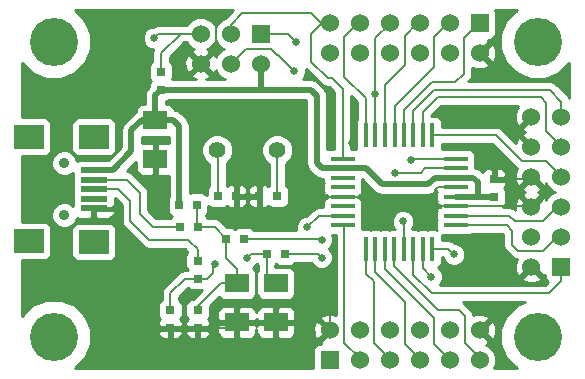
<source format=gtl>
G04 (created by PCBNEW-RS274X (2012-01-19 BZR 3256)-stable) date Fri 05 Oct 2012 12:09:18 PM NZDT*
G01*
G70*
G90*
%MOIN*%
G04 Gerber Fmt 3.4, Leading zero omitted, Abs format*
%FSLAX34Y34*%
G04 APERTURE LIST*
%ADD10C,0.006000*%
%ADD11R,0.031500X0.025000*%
%ADD12R,0.080000X0.060000*%
%ADD13C,0.056000*%
%ADD14R,0.060000X0.060000*%
%ADD15C,0.060000*%
%ADD16R,0.078700X0.017700*%
%ADD17R,0.017700X0.078700*%
%ADD18R,0.025000X0.031500*%
%ADD19C,0.160000*%
%ADD20C,0.035400*%
%ADD21R,0.098400X0.078700*%
%ADD22R,0.090600X0.019700*%
%ADD23C,0.025600*%
%ADD24C,0.035000*%
%ADD25C,0.020000*%
%ADD26C,0.008000*%
%ADD27C,0.010000*%
G04 APERTURE END LIST*
G54D10*
G54D11*
X35264Y-30926D03*
X35264Y-30326D03*
X36169Y-30926D03*
X36169Y-30326D03*
G54D12*
X38780Y-30729D03*
X38780Y-29429D03*
X37481Y-30729D03*
X37481Y-29429D03*
G54D13*
X36823Y-24995D03*
X38823Y-24995D03*
G54D14*
X38272Y-21110D03*
G54D15*
X38272Y-22110D03*
X37272Y-21110D03*
X37272Y-22110D03*
X36272Y-21110D03*
X36272Y-22110D03*
G54D14*
X48296Y-28877D03*
G54D15*
X47296Y-28877D03*
X48296Y-27877D03*
X47296Y-27877D03*
X48296Y-26877D03*
X47296Y-26877D03*
X48296Y-25877D03*
X47296Y-25877D03*
X48296Y-24877D03*
X47296Y-24877D03*
X48296Y-23877D03*
X47296Y-23877D03*
G54D16*
X44770Y-25284D03*
X44770Y-25599D03*
X44770Y-25914D03*
X44770Y-26229D03*
X44770Y-26544D03*
X44770Y-26859D03*
X44770Y-27174D03*
X44770Y-27489D03*
X41004Y-27487D03*
X41004Y-25277D03*
X41004Y-25597D03*
X41004Y-25917D03*
X41004Y-26227D03*
X41004Y-26547D03*
X41004Y-26857D03*
X41004Y-27177D03*
G54D17*
X43986Y-28277D03*
X43672Y-28277D03*
X43356Y-28277D03*
X43042Y-28277D03*
X42726Y-28277D03*
X42412Y-28277D03*
X42096Y-28277D03*
X41782Y-28277D03*
X43984Y-24497D03*
X43674Y-24497D03*
X43354Y-24497D03*
X43044Y-24497D03*
X42734Y-24497D03*
X42414Y-24497D03*
X42094Y-24497D03*
X41774Y-24497D03*
G54D11*
X46051Y-26555D03*
X46051Y-25955D03*
G54D18*
X36854Y-26531D03*
X37454Y-26531D03*
X38832Y-26531D03*
X38232Y-26531D03*
G54D11*
X34949Y-22973D03*
X34949Y-22373D03*
G54D18*
X37729Y-27948D03*
X37129Y-27948D03*
X39068Y-28460D03*
X38468Y-28460D03*
X35554Y-26806D03*
X36154Y-26806D03*
G54D11*
X36169Y-29272D03*
X36169Y-28672D03*
G54D18*
X36194Y-27554D03*
X35594Y-27554D03*
G54D14*
X40571Y-31995D03*
G54D15*
X40571Y-30995D03*
X41571Y-31995D03*
X41571Y-30995D03*
X42571Y-31995D03*
X42571Y-30995D03*
X43571Y-31995D03*
X43571Y-30995D03*
X44571Y-31995D03*
X44571Y-30995D03*
X45571Y-31995D03*
X45571Y-30995D03*
G54D14*
X45571Y-20759D03*
G54D15*
X45571Y-21759D03*
X44571Y-20759D03*
X44571Y-21759D03*
X43571Y-20759D03*
X43571Y-21759D03*
X42571Y-20759D03*
X42571Y-21759D03*
X41571Y-20759D03*
X41571Y-21759D03*
X40571Y-20759D03*
X40571Y-21759D03*
G54D19*
X47508Y-31216D03*
X31366Y-21374D03*
X47508Y-21374D03*
X31366Y-31216D03*
G54D20*
X31720Y-27161D03*
X31720Y-25429D03*
G54D21*
X30539Y-28027D03*
X30539Y-24543D03*
X32704Y-28047D03*
X32704Y-24543D03*
G54D22*
X32704Y-26295D03*
X32704Y-25980D03*
X32704Y-25665D03*
X32704Y-26610D03*
X32704Y-26925D03*
G54D12*
X34752Y-23991D03*
X34752Y-25291D03*
G54D23*
X44713Y-28460D03*
X40303Y-28578D03*
X40303Y-27988D03*
X43965Y-29208D03*
X39437Y-21374D03*
X39397Y-22358D03*
X42075Y-23106D03*
X34712Y-21256D03*
X43020Y-27358D03*
X39831Y-27554D03*
X30775Y-23146D03*
X32941Y-31807D03*
X30775Y-29642D03*
X38138Y-31965D03*
X35303Y-20587D03*
X33138Y-20783D03*
X39437Y-31453D03*
X33610Y-28303D03*
X33610Y-28933D03*
X37823Y-27200D03*
X36288Y-23421D03*
X40303Y-29130D03*
X40579Y-24760D03*
X40579Y-23421D03*
X41327Y-24760D03*
X34752Y-26216D03*
G54D24*
X37862Y-24957D03*
G54D23*
X39673Y-23421D03*
X41366Y-23421D03*
X43295Y-25310D03*
X36760Y-28775D03*
X37823Y-28578D03*
X42744Y-25743D03*
G54D25*
X33335Y-25665D02*
X33964Y-25036D01*
X35554Y-26806D02*
X35554Y-24184D01*
X45500Y-26544D02*
X45500Y-26058D01*
X33964Y-25036D02*
X33964Y-24327D01*
X35361Y-23991D02*
X34752Y-23991D01*
X32704Y-25665D02*
X33335Y-25665D01*
X44770Y-25914D02*
X44070Y-25914D01*
X46040Y-26544D02*
X46051Y-26555D01*
X40145Y-25428D02*
X40145Y-23185D01*
X34752Y-23170D02*
X34949Y-22973D01*
X34300Y-23991D02*
X34752Y-23991D01*
X35554Y-24184D02*
X35361Y-23991D01*
X38272Y-22973D02*
X39933Y-22973D01*
X40393Y-25597D02*
X40314Y-25597D01*
X41771Y-25597D02*
X41004Y-25597D01*
X42311Y-26137D02*
X41771Y-25597D01*
X45500Y-26058D02*
X45356Y-25914D01*
X45500Y-26544D02*
X46040Y-26544D01*
X43847Y-26137D02*
X42311Y-26137D01*
X33964Y-24327D02*
X34300Y-23991D01*
X45356Y-25914D02*
X44770Y-25914D01*
X44070Y-25914D02*
X43847Y-26137D01*
X34949Y-22973D02*
X38272Y-22973D01*
X39933Y-22973D02*
X40145Y-23185D01*
X44770Y-26544D02*
X45500Y-26544D01*
X40314Y-25597D02*
X40145Y-25428D01*
X34752Y-23991D02*
X34752Y-23170D01*
X40393Y-25597D02*
X41004Y-25597D01*
X38272Y-22110D02*
X38272Y-22973D01*
G54D26*
X40303Y-28578D02*
X40185Y-28460D01*
X40185Y-28460D02*
X39068Y-28460D01*
X43986Y-28277D02*
X44530Y-28277D01*
X44530Y-28277D02*
X44713Y-28460D01*
X43672Y-28277D02*
X43672Y-28915D01*
X43672Y-28915D02*
X43965Y-29208D01*
X40303Y-27988D02*
X40263Y-27948D01*
X40263Y-27948D02*
X37729Y-27948D01*
X39173Y-21110D02*
X38272Y-21110D01*
X39437Y-21374D02*
X39173Y-21110D01*
X41063Y-21220D02*
X41063Y-22558D01*
X41063Y-22558D02*
X41774Y-23269D01*
X41774Y-23269D02*
X41774Y-24497D01*
X41571Y-20759D02*
X41524Y-20759D01*
X41524Y-20759D02*
X41063Y-21220D01*
X42571Y-20759D02*
X42571Y-20775D01*
X39397Y-22358D02*
X38846Y-21807D01*
X38846Y-21807D02*
X38806Y-21807D01*
X38806Y-21807D02*
X38609Y-21610D01*
X38609Y-21610D02*
X37772Y-21610D01*
X37772Y-21610D02*
X37272Y-22110D01*
X42075Y-23106D02*
X42087Y-22673D01*
X42571Y-20775D02*
X42087Y-21259D01*
X42087Y-22673D02*
X42087Y-24490D01*
X42087Y-21259D02*
X42087Y-22673D01*
X42087Y-24490D02*
X42094Y-24497D01*
X34858Y-21110D02*
X36272Y-21110D01*
X34712Y-21256D02*
X34858Y-21110D01*
X43042Y-27380D02*
X43020Y-27358D01*
X34949Y-22373D02*
X34949Y-21767D01*
X34949Y-21767D02*
X35606Y-21110D01*
X35606Y-21110D02*
X36272Y-21110D01*
X43042Y-28277D02*
X43042Y-27380D01*
X40571Y-20759D02*
X40279Y-20759D01*
X37272Y-20822D02*
X37272Y-21110D01*
X37665Y-20429D02*
X37272Y-20822D01*
X39949Y-20429D02*
X37665Y-20429D01*
X40279Y-20759D02*
X39949Y-20429D01*
X40500Y-22594D02*
X40658Y-22594D01*
X40327Y-20759D02*
X39949Y-21137D01*
X40571Y-20759D02*
X40422Y-20759D01*
X39949Y-22043D02*
X40500Y-22594D01*
X39949Y-21137D02*
X39949Y-22043D01*
X40658Y-22594D02*
X41004Y-22940D01*
X41004Y-22940D02*
X41004Y-25277D01*
X40571Y-20759D02*
X40327Y-20759D01*
X43977Y-22716D02*
X43044Y-23649D01*
X44764Y-22716D02*
X43977Y-22716D01*
X45040Y-21259D02*
X45040Y-22440D01*
X45540Y-20759D02*
X45040Y-21259D01*
X43044Y-23649D02*
X43044Y-24497D01*
X45571Y-20759D02*
X45540Y-20759D01*
X45040Y-22440D02*
X44764Y-22716D01*
X44571Y-20759D02*
X44516Y-20759D01*
X42734Y-23526D02*
X42734Y-24497D01*
X44055Y-22205D02*
X42734Y-23526D01*
X44055Y-21220D02*
X44055Y-22205D01*
X44516Y-20759D02*
X44055Y-21220D01*
X43571Y-20759D02*
X43493Y-20759D01*
X42414Y-22822D02*
X42414Y-24497D01*
X43071Y-21181D02*
X43071Y-22165D01*
X43071Y-22165D02*
X42414Y-22822D01*
X43493Y-20759D02*
X43071Y-21181D01*
X48296Y-28877D02*
X48296Y-29340D01*
X43356Y-29142D02*
X43356Y-28277D01*
X43977Y-29763D02*
X43356Y-29142D01*
X48296Y-29340D02*
X47873Y-29763D01*
X47873Y-29763D02*
X43977Y-29763D01*
X48147Y-27877D02*
X47678Y-28346D01*
X47678Y-28346D02*
X46851Y-28346D01*
X46851Y-28346D02*
X46654Y-28149D01*
X46654Y-27677D02*
X46466Y-27489D01*
X46466Y-27489D02*
X44770Y-27489D01*
X48296Y-27877D02*
X48147Y-27877D01*
X46654Y-28149D02*
X46654Y-27677D01*
X48162Y-26877D02*
X47677Y-27362D01*
X48296Y-26877D02*
X48162Y-26877D01*
X46545Y-27174D02*
X44770Y-27174D01*
X46733Y-27362D02*
X46545Y-27174D01*
X47677Y-27362D02*
X46733Y-27362D01*
X48296Y-25854D02*
X47796Y-25354D01*
X47796Y-25354D02*
X46969Y-25354D01*
X46969Y-25354D02*
X46112Y-24497D01*
X46112Y-24497D02*
X43984Y-24497D01*
X48296Y-25877D02*
X48296Y-25854D01*
X48296Y-24877D02*
X48296Y-24870D01*
X43674Y-23728D02*
X43674Y-24497D01*
X44174Y-23228D02*
X43674Y-23728D01*
X47600Y-23228D02*
X44174Y-23228D01*
X47796Y-23424D02*
X47600Y-23228D01*
X47796Y-24370D02*
X47796Y-23424D01*
X48296Y-24870D02*
X47796Y-24370D01*
X48296Y-23877D02*
X48296Y-23374D01*
X43354Y-23693D02*
X43354Y-24497D01*
X44055Y-22992D02*
X43354Y-23693D01*
X47914Y-22992D02*
X44055Y-22992D01*
X48296Y-23374D02*
X47914Y-22992D01*
X39831Y-27554D02*
X40208Y-27177D01*
X40208Y-27177D02*
X41004Y-27177D01*
X41063Y-27546D02*
X41004Y-27487D01*
X41063Y-31417D02*
X41063Y-27546D01*
X41571Y-31925D02*
X41063Y-31417D01*
X41571Y-31995D02*
X41571Y-31925D01*
X42571Y-31995D02*
X42571Y-31940D01*
X41782Y-29104D02*
X41782Y-28277D01*
X42048Y-29370D02*
X41782Y-29104D01*
X42048Y-31417D02*
X42048Y-29370D01*
X42571Y-31940D02*
X42048Y-31417D01*
X43571Y-31995D02*
X43571Y-31956D01*
X42096Y-29064D02*
X42096Y-28277D01*
X43071Y-30039D02*
X42096Y-29064D01*
X43071Y-31456D02*
X43071Y-30039D01*
X43571Y-31956D02*
X43071Y-31456D01*
X44055Y-30589D02*
X42412Y-28946D01*
X42412Y-28946D02*
X42412Y-28277D01*
X44571Y-31995D02*
X44571Y-31972D01*
X44055Y-31456D02*
X44055Y-30589D01*
X44571Y-31972D02*
X44055Y-31456D01*
X45571Y-31909D02*
X45079Y-31417D01*
X45079Y-31417D02*
X45079Y-30511D01*
X45079Y-30511D02*
X44882Y-30314D01*
X44882Y-30314D02*
X44173Y-30314D01*
X44173Y-30314D02*
X42726Y-28867D01*
X42726Y-28867D02*
X42726Y-28277D01*
X45571Y-31995D02*
X45571Y-31909D01*
X39239Y-31453D02*
X39437Y-31453D01*
X30775Y-23146D02*
X30972Y-22949D01*
X30972Y-22949D02*
X32350Y-22949D01*
X32350Y-22949D02*
X33138Y-22161D01*
X33138Y-22161D02*
X33138Y-20783D01*
X38138Y-31965D02*
X38727Y-31965D01*
X38727Y-31965D02*
X39239Y-31453D01*
X33099Y-31965D02*
X32941Y-31807D01*
X36272Y-22110D02*
X36300Y-22110D01*
X38138Y-31965D02*
X33099Y-31965D01*
X35422Y-20468D02*
X35303Y-20587D01*
X36523Y-20468D02*
X35422Y-20468D01*
X36789Y-20734D02*
X36523Y-20468D01*
X36789Y-21621D02*
X36789Y-20734D01*
X36300Y-22110D02*
X36789Y-21621D01*
X33610Y-27161D02*
X33374Y-26925D01*
X33374Y-26925D02*
X32704Y-26925D01*
X44083Y-26767D02*
X44083Y-26547D01*
X44083Y-26547D02*
X44083Y-26332D01*
X44175Y-26859D02*
X44083Y-26767D01*
X46051Y-25955D02*
X47218Y-25955D01*
X47218Y-25955D02*
X47296Y-25877D01*
X37862Y-27161D02*
X37823Y-27200D01*
X37862Y-26531D02*
X37862Y-26689D01*
X33610Y-28303D02*
X33610Y-27161D01*
X35264Y-30926D02*
X34737Y-30926D01*
X33610Y-29799D02*
X33610Y-28933D01*
X33610Y-28933D02*
X33610Y-28303D01*
X34737Y-30926D02*
X33610Y-29799D01*
X40051Y-26547D02*
X39516Y-27082D01*
X39516Y-27082D02*
X38414Y-27082D01*
X38414Y-27082D02*
X38232Y-26900D01*
X38232Y-26900D02*
X38232Y-26531D01*
X39437Y-31453D02*
X40113Y-31453D01*
X40113Y-31453D02*
X40571Y-30995D01*
X37862Y-26531D02*
X37454Y-26531D01*
X38232Y-26531D02*
X37862Y-26531D01*
X37862Y-23853D02*
X37430Y-23421D01*
X37862Y-26689D02*
X37862Y-27161D01*
X37481Y-30729D02*
X38780Y-30729D01*
X37284Y-30926D02*
X37481Y-30729D01*
X37862Y-24957D02*
X37862Y-23853D01*
X37862Y-26531D02*
X37862Y-24957D01*
X38780Y-30729D02*
X40305Y-30729D01*
X40305Y-30729D02*
X40571Y-30995D01*
X36169Y-30926D02*
X37284Y-30926D01*
X40571Y-29595D02*
X40303Y-29130D01*
X40579Y-24760D02*
X40579Y-23421D01*
X34752Y-26216D02*
X34752Y-25291D01*
X37430Y-23421D02*
X36288Y-23421D01*
X40571Y-30995D02*
X40571Y-29595D01*
X40571Y-30995D02*
X40328Y-30995D01*
X37705Y-26531D02*
X37862Y-26374D01*
X37704Y-26531D02*
X37705Y-26531D01*
X41004Y-26547D02*
X44083Y-26547D01*
X44770Y-26859D02*
X47278Y-26859D01*
X35264Y-30926D02*
X36169Y-30926D01*
X47278Y-26859D02*
X47296Y-26877D01*
X44083Y-26332D02*
X44186Y-26229D01*
X44186Y-26229D02*
X44770Y-26229D01*
X44770Y-26859D02*
X44175Y-26859D01*
X37862Y-26374D02*
X38019Y-26531D01*
X38019Y-26531D02*
X38019Y-26532D01*
X38019Y-26532D02*
X37862Y-26689D01*
X37862Y-26689D02*
X37704Y-26531D01*
X37862Y-23815D02*
X38256Y-23421D01*
X38256Y-23421D02*
X39673Y-23421D01*
X37862Y-23853D02*
X37862Y-23815D01*
X41004Y-26547D02*
X40051Y-26547D01*
X36854Y-25026D02*
X36823Y-24995D01*
X36854Y-26531D02*
X36854Y-25026D01*
X43321Y-25284D02*
X43295Y-25310D01*
X44770Y-25284D02*
X43321Y-25284D01*
X38468Y-28460D02*
X37941Y-28460D01*
X36499Y-29272D02*
X36169Y-29272D01*
X36681Y-29090D02*
X36499Y-29272D01*
X36681Y-28854D02*
X36681Y-29090D01*
X36760Y-28775D02*
X36681Y-28854D01*
X37941Y-28460D02*
X37823Y-28578D01*
X38468Y-28460D02*
X38468Y-29117D01*
X38468Y-29117D02*
X38780Y-29429D01*
X35264Y-30326D02*
X35264Y-29759D01*
X35264Y-29759D02*
X35751Y-29272D01*
X35751Y-29272D02*
X36169Y-29272D01*
X33925Y-27358D02*
X34555Y-27988D01*
X34555Y-27988D02*
X35854Y-27988D01*
X35854Y-27988D02*
X36169Y-28303D01*
X36169Y-28303D02*
X36169Y-28672D01*
X33925Y-26689D02*
X33531Y-26295D01*
X32704Y-26295D02*
X33531Y-26295D01*
X33925Y-26689D02*
X33925Y-27358D01*
X35594Y-27579D02*
X35594Y-27554D01*
X34672Y-27554D02*
X34240Y-27122D01*
X34240Y-27122D02*
X34240Y-26413D01*
X34240Y-26413D02*
X33807Y-25980D01*
X34672Y-27554D02*
X35594Y-27554D01*
X32704Y-25980D02*
X33807Y-25980D01*
X37481Y-29429D02*
X37481Y-28945D01*
X37129Y-28593D02*
X37129Y-27948D01*
X37481Y-28945D02*
X37129Y-28593D01*
X36169Y-30326D02*
X36169Y-30193D01*
X36933Y-29429D02*
X37481Y-29429D01*
X36169Y-30193D02*
X36933Y-29429D01*
X36194Y-27554D02*
X36735Y-27554D01*
X36735Y-27554D02*
X37129Y-27948D01*
X36154Y-26806D02*
X36154Y-27514D01*
X36154Y-27514D02*
X36194Y-27554D01*
X43610Y-25743D02*
X42744Y-25743D01*
X43754Y-25599D02*
X43610Y-25743D01*
X44770Y-25599D02*
X43754Y-25599D01*
X38832Y-26531D02*
X38832Y-25004D01*
X38832Y-25004D02*
X38823Y-24995D01*
G54D10*
G36*
X35324Y-27189D02*
X35258Y-27256D01*
X35254Y-27264D01*
X34792Y-27264D01*
X34702Y-27174D01*
X34530Y-27002D01*
X34530Y-26413D01*
X34508Y-26302D01*
X34445Y-26208D01*
X34012Y-25775D01*
X33918Y-25712D01*
X33807Y-25690D01*
X33804Y-25690D01*
X34102Y-25391D01*
X34103Y-25391D01*
X34114Y-25391D01*
X34102Y-25403D01*
X34103Y-25640D01*
X34141Y-25732D01*
X34211Y-25802D01*
X34302Y-25840D01*
X34401Y-25840D01*
X34640Y-25841D01*
X34702Y-25779D01*
X34702Y-25391D01*
X34702Y-25341D01*
X34702Y-25241D01*
X34702Y-25191D01*
X34702Y-24803D01*
X34640Y-24741D01*
X34401Y-24742D01*
X34314Y-24742D01*
X34314Y-24540D01*
X34401Y-24540D01*
X35201Y-24540D01*
X35204Y-24538D01*
X35204Y-24742D01*
X35202Y-24742D01*
X35103Y-24742D01*
X34864Y-24741D01*
X34802Y-24803D01*
X34802Y-25191D01*
X34802Y-25241D01*
X34802Y-25341D01*
X34802Y-25391D01*
X34802Y-25779D01*
X34864Y-25841D01*
X35103Y-25840D01*
X35202Y-25840D01*
X35204Y-25839D01*
X35204Y-26541D01*
X35180Y-26599D01*
X35180Y-26698D01*
X35180Y-27012D01*
X35218Y-27104D01*
X35288Y-27174D01*
X35324Y-27189D01*
X35324Y-27189D01*
G37*
G54D27*
X35324Y-27189D02*
X35258Y-27256D01*
X35254Y-27264D01*
X34792Y-27264D01*
X34702Y-27174D01*
X34530Y-27002D01*
X34530Y-26413D01*
X34508Y-26302D01*
X34445Y-26208D01*
X34012Y-25775D01*
X33918Y-25712D01*
X33807Y-25690D01*
X33804Y-25690D01*
X34102Y-25391D01*
X34103Y-25391D01*
X34114Y-25391D01*
X34102Y-25403D01*
X34103Y-25640D01*
X34141Y-25732D01*
X34211Y-25802D01*
X34302Y-25840D01*
X34401Y-25840D01*
X34640Y-25841D01*
X34702Y-25779D01*
X34702Y-25391D01*
X34702Y-25341D01*
X34702Y-25241D01*
X34702Y-25191D01*
X34702Y-24803D01*
X34640Y-24741D01*
X34401Y-24742D01*
X34314Y-24742D01*
X34314Y-24540D01*
X34401Y-24540D01*
X35201Y-24540D01*
X35204Y-24538D01*
X35204Y-24742D01*
X35202Y-24742D01*
X35103Y-24742D01*
X34864Y-24741D01*
X34802Y-24803D01*
X34802Y-25191D01*
X34802Y-25241D01*
X34802Y-25341D01*
X34802Y-25391D01*
X34802Y-25779D01*
X34864Y-25841D01*
X35103Y-25840D01*
X35202Y-25840D01*
X35204Y-25839D01*
X35204Y-26541D01*
X35180Y-26599D01*
X35180Y-26698D01*
X35180Y-27012D01*
X35218Y-27104D01*
X35288Y-27174D01*
X35324Y-27189D01*
G54D10*
G36*
X37076Y-22623D02*
X36452Y-22623D01*
X36553Y-22582D01*
X36580Y-22488D01*
X36272Y-22181D01*
X36201Y-22251D01*
X36201Y-22110D01*
X35894Y-21802D01*
X35800Y-21829D01*
X35729Y-22031D01*
X35740Y-22244D01*
X35800Y-22391D01*
X35894Y-22418D01*
X36201Y-22110D01*
X36201Y-22251D01*
X35964Y-22488D01*
X35991Y-22582D01*
X36107Y-22623D01*
X35323Y-22623D01*
X35355Y-22548D01*
X35355Y-22449D01*
X35355Y-22199D01*
X35317Y-22107D01*
X35247Y-22037D01*
X35239Y-22033D01*
X35239Y-21887D01*
X35726Y-21400D01*
X35798Y-21400D01*
X35807Y-21421D01*
X35961Y-21575D01*
X36052Y-21612D01*
X35991Y-21638D01*
X35964Y-21732D01*
X36272Y-22039D01*
X36580Y-21732D01*
X36553Y-21638D01*
X36487Y-21614D01*
X36583Y-21575D01*
X36737Y-21421D01*
X36772Y-21336D01*
X36807Y-21421D01*
X36961Y-21575D01*
X37045Y-21610D01*
X36961Y-21645D01*
X36807Y-21799D01*
X36769Y-21890D01*
X36744Y-21829D01*
X36650Y-21802D01*
X36343Y-22110D01*
X36650Y-22418D01*
X36744Y-22391D01*
X36767Y-22325D01*
X36807Y-22421D01*
X36961Y-22575D01*
X37076Y-22623D01*
X37076Y-22623D01*
G37*
G54D27*
X37076Y-22623D02*
X36452Y-22623D01*
X36553Y-22582D01*
X36580Y-22488D01*
X36272Y-22181D01*
X36201Y-22251D01*
X36201Y-22110D01*
X35894Y-21802D01*
X35800Y-21829D01*
X35729Y-22031D01*
X35740Y-22244D01*
X35800Y-22391D01*
X35894Y-22418D01*
X36201Y-22110D01*
X36201Y-22251D01*
X35964Y-22488D01*
X35991Y-22582D01*
X36107Y-22623D01*
X35323Y-22623D01*
X35355Y-22548D01*
X35355Y-22449D01*
X35355Y-22199D01*
X35317Y-22107D01*
X35247Y-22037D01*
X35239Y-22033D01*
X35239Y-21887D01*
X35726Y-21400D01*
X35798Y-21400D01*
X35807Y-21421D01*
X35961Y-21575D01*
X36052Y-21612D01*
X35991Y-21638D01*
X35964Y-21732D01*
X36272Y-22039D01*
X36580Y-21732D01*
X36553Y-21638D01*
X36487Y-21614D01*
X36583Y-21575D01*
X36737Y-21421D01*
X36772Y-21336D01*
X36807Y-21421D01*
X36961Y-21575D01*
X37045Y-21610D01*
X36961Y-21645D01*
X36807Y-21799D01*
X36769Y-21890D01*
X36744Y-21829D01*
X36650Y-21802D01*
X36343Y-22110D01*
X36650Y-22418D01*
X36744Y-22391D01*
X36767Y-22325D01*
X36807Y-22421D01*
X36961Y-22575D01*
X37076Y-22623D01*
G54D10*
G36*
X40508Y-26542D02*
X40470Y-26558D01*
X40437Y-26591D01*
X40423Y-26591D01*
X40362Y-26652D01*
X40362Y-26685D01*
X40369Y-26702D01*
X40362Y-26719D01*
X40362Y-26818D01*
X40362Y-26887D01*
X40208Y-26887D01*
X40097Y-26909D01*
X40003Y-26972D01*
X39799Y-27176D01*
X39756Y-27176D01*
X39617Y-27233D01*
X39511Y-27340D01*
X39453Y-27479D01*
X39453Y-27629D01*
X39464Y-27658D01*
X39353Y-27658D01*
X39353Y-25101D01*
X39353Y-24890D01*
X39272Y-24695D01*
X39124Y-24546D01*
X38929Y-24465D01*
X38718Y-24465D01*
X38523Y-24546D01*
X38374Y-24694D01*
X38293Y-24889D01*
X38293Y-25100D01*
X38374Y-25295D01*
X38522Y-25444D01*
X38542Y-25452D01*
X38542Y-26187D01*
X38532Y-26197D01*
X38498Y-26163D01*
X38406Y-26125D01*
X38344Y-26124D01*
X38282Y-26186D01*
X38282Y-26431D01*
X38282Y-26481D01*
X38282Y-26581D01*
X38282Y-26631D01*
X38282Y-26876D01*
X38344Y-26938D01*
X38406Y-26937D01*
X38498Y-26899D01*
X38532Y-26865D01*
X38566Y-26899D01*
X38657Y-26937D01*
X38756Y-26937D01*
X39006Y-26937D01*
X39098Y-26899D01*
X39168Y-26829D01*
X39206Y-26738D01*
X39206Y-26639D01*
X39206Y-26325D01*
X39168Y-26233D01*
X39122Y-26187D01*
X39122Y-25444D01*
X39123Y-25444D01*
X39272Y-25296D01*
X39353Y-25101D01*
X39353Y-27658D01*
X38182Y-27658D01*
X38182Y-26876D01*
X38182Y-26581D01*
X38182Y-26481D01*
X38182Y-26186D01*
X38120Y-26124D01*
X38058Y-26125D01*
X37966Y-26163D01*
X37896Y-26233D01*
X37858Y-26324D01*
X37858Y-26420D01*
X37919Y-26481D01*
X38182Y-26481D01*
X38182Y-26581D01*
X37919Y-26581D01*
X37858Y-26642D01*
X37858Y-26738D01*
X37896Y-26829D01*
X37966Y-26899D01*
X38058Y-26937D01*
X38120Y-26938D01*
X38182Y-26876D01*
X38182Y-27658D01*
X38068Y-27658D01*
X38065Y-27650D01*
X37995Y-27580D01*
X37904Y-27542D01*
X37828Y-27542D01*
X37828Y-26738D01*
X37828Y-26642D01*
X37828Y-26420D01*
X37828Y-26324D01*
X37790Y-26233D01*
X37720Y-26163D01*
X37628Y-26125D01*
X37566Y-26124D01*
X37504Y-26186D01*
X37504Y-26481D01*
X37767Y-26481D01*
X37828Y-26420D01*
X37828Y-26642D01*
X37767Y-26581D01*
X37504Y-26581D01*
X37504Y-26876D01*
X37566Y-26938D01*
X37628Y-26937D01*
X37720Y-26899D01*
X37790Y-26829D01*
X37828Y-26738D01*
X37828Y-27542D01*
X37805Y-27542D01*
X37555Y-27542D01*
X37463Y-27580D01*
X37429Y-27614D01*
X37395Y-27580D01*
X37304Y-27542D01*
X37205Y-27542D01*
X37133Y-27542D01*
X36940Y-27349D01*
X36846Y-27286D01*
X36735Y-27264D01*
X36533Y-27264D01*
X36530Y-27256D01*
X36460Y-27186D01*
X36444Y-27179D01*
X36444Y-27150D01*
X36490Y-27104D01*
X36528Y-27013D01*
X36528Y-26914D01*
X36528Y-26839D01*
X36588Y-26899D01*
X36679Y-26937D01*
X36778Y-26937D01*
X37028Y-26937D01*
X37120Y-26899D01*
X37154Y-26865D01*
X37188Y-26899D01*
X37280Y-26937D01*
X37342Y-26938D01*
X37404Y-26876D01*
X37404Y-26631D01*
X37404Y-26581D01*
X37404Y-26481D01*
X37404Y-26431D01*
X37404Y-26186D01*
X37342Y-26124D01*
X37280Y-26125D01*
X37188Y-26163D01*
X37154Y-26197D01*
X37144Y-26187D01*
X37144Y-25423D01*
X37272Y-25296D01*
X37353Y-25101D01*
X37353Y-24890D01*
X37272Y-24695D01*
X37124Y-24546D01*
X36929Y-24465D01*
X36718Y-24465D01*
X36523Y-24546D01*
X36374Y-24694D01*
X36293Y-24889D01*
X36293Y-25100D01*
X36374Y-25295D01*
X36522Y-25444D01*
X36564Y-25461D01*
X36564Y-26187D01*
X36518Y-26233D01*
X36480Y-26324D01*
X36480Y-26423D01*
X36480Y-26498D01*
X36420Y-26438D01*
X36329Y-26400D01*
X36230Y-26400D01*
X35980Y-26400D01*
X35904Y-26431D01*
X35904Y-24184D01*
X35903Y-24183D01*
X35877Y-24050D01*
X35831Y-23981D01*
X35801Y-23937D01*
X35801Y-23936D01*
X35608Y-23744D01*
X35495Y-23668D01*
X35401Y-23649D01*
X35401Y-23642D01*
X35363Y-23550D01*
X35293Y-23480D01*
X35202Y-23442D01*
X35103Y-23442D01*
X35102Y-23442D01*
X35102Y-23347D01*
X35155Y-23347D01*
X35213Y-23323D01*
X38272Y-23323D01*
X39788Y-23323D01*
X39795Y-23329D01*
X39795Y-25428D01*
X39822Y-25562D01*
X39898Y-25675D01*
X40067Y-25844D01*
X40180Y-25920D01*
X40314Y-25947D01*
X40362Y-25947D01*
X40362Y-26054D01*
X40369Y-26071D01*
X40362Y-26089D01*
X40362Y-26188D01*
X40362Y-26364D01*
X40371Y-26386D01*
X40362Y-26409D01*
X40362Y-26442D01*
X40423Y-26503D01*
X40447Y-26503D01*
X40470Y-26526D01*
X40508Y-26542D01*
X40508Y-26542D01*
G37*
G54D27*
X40508Y-26542D02*
X40470Y-26558D01*
X40437Y-26591D01*
X40423Y-26591D01*
X40362Y-26652D01*
X40362Y-26685D01*
X40369Y-26702D01*
X40362Y-26719D01*
X40362Y-26818D01*
X40362Y-26887D01*
X40208Y-26887D01*
X40097Y-26909D01*
X40003Y-26972D01*
X39799Y-27176D01*
X39756Y-27176D01*
X39617Y-27233D01*
X39511Y-27340D01*
X39453Y-27479D01*
X39453Y-27629D01*
X39464Y-27658D01*
X39353Y-27658D01*
X39353Y-25101D01*
X39353Y-24890D01*
X39272Y-24695D01*
X39124Y-24546D01*
X38929Y-24465D01*
X38718Y-24465D01*
X38523Y-24546D01*
X38374Y-24694D01*
X38293Y-24889D01*
X38293Y-25100D01*
X38374Y-25295D01*
X38522Y-25444D01*
X38542Y-25452D01*
X38542Y-26187D01*
X38532Y-26197D01*
X38498Y-26163D01*
X38406Y-26125D01*
X38344Y-26124D01*
X38282Y-26186D01*
X38282Y-26431D01*
X38282Y-26481D01*
X38282Y-26581D01*
X38282Y-26631D01*
X38282Y-26876D01*
X38344Y-26938D01*
X38406Y-26937D01*
X38498Y-26899D01*
X38532Y-26865D01*
X38566Y-26899D01*
X38657Y-26937D01*
X38756Y-26937D01*
X39006Y-26937D01*
X39098Y-26899D01*
X39168Y-26829D01*
X39206Y-26738D01*
X39206Y-26639D01*
X39206Y-26325D01*
X39168Y-26233D01*
X39122Y-26187D01*
X39122Y-25444D01*
X39123Y-25444D01*
X39272Y-25296D01*
X39353Y-25101D01*
X39353Y-27658D01*
X38182Y-27658D01*
X38182Y-26876D01*
X38182Y-26581D01*
X38182Y-26481D01*
X38182Y-26186D01*
X38120Y-26124D01*
X38058Y-26125D01*
X37966Y-26163D01*
X37896Y-26233D01*
X37858Y-26324D01*
X37858Y-26420D01*
X37919Y-26481D01*
X38182Y-26481D01*
X38182Y-26581D01*
X37919Y-26581D01*
X37858Y-26642D01*
X37858Y-26738D01*
X37896Y-26829D01*
X37966Y-26899D01*
X38058Y-26937D01*
X38120Y-26938D01*
X38182Y-26876D01*
X38182Y-27658D01*
X38068Y-27658D01*
X38065Y-27650D01*
X37995Y-27580D01*
X37904Y-27542D01*
X37828Y-27542D01*
X37828Y-26738D01*
X37828Y-26642D01*
X37828Y-26420D01*
X37828Y-26324D01*
X37790Y-26233D01*
X37720Y-26163D01*
X37628Y-26125D01*
X37566Y-26124D01*
X37504Y-26186D01*
X37504Y-26481D01*
X37767Y-26481D01*
X37828Y-26420D01*
X37828Y-26642D01*
X37767Y-26581D01*
X37504Y-26581D01*
X37504Y-26876D01*
X37566Y-26938D01*
X37628Y-26937D01*
X37720Y-26899D01*
X37790Y-26829D01*
X37828Y-26738D01*
X37828Y-27542D01*
X37805Y-27542D01*
X37555Y-27542D01*
X37463Y-27580D01*
X37429Y-27614D01*
X37395Y-27580D01*
X37304Y-27542D01*
X37205Y-27542D01*
X37133Y-27542D01*
X36940Y-27349D01*
X36846Y-27286D01*
X36735Y-27264D01*
X36533Y-27264D01*
X36530Y-27256D01*
X36460Y-27186D01*
X36444Y-27179D01*
X36444Y-27150D01*
X36490Y-27104D01*
X36528Y-27013D01*
X36528Y-26914D01*
X36528Y-26839D01*
X36588Y-26899D01*
X36679Y-26937D01*
X36778Y-26937D01*
X37028Y-26937D01*
X37120Y-26899D01*
X37154Y-26865D01*
X37188Y-26899D01*
X37280Y-26937D01*
X37342Y-26938D01*
X37404Y-26876D01*
X37404Y-26631D01*
X37404Y-26581D01*
X37404Y-26481D01*
X37404Y-26431D01*
X37404Y-26186D01*
X37342Y-26124D01*
X37280Y-26125D01*
X37188Y-26163D01*
X37154Y-26197D01*
X37144Y-26187D01*
X37144Y-25423D01*
X37272Y-25296D01*
X37353Y-25101D01*
X37353Y-24890D01*
X37272Y-24695D01*
X37124Y-24546D01*
X36929Y-24465D01*
X36718Y-24465D01*
X36523Y-24546D01*
X36374Y-24694D01*
X36293Y-24889D01*
X36293Y-25100D01*
X36374Y-25295D01*
X36522Y-25444D01*
X36564Y-25461D01*
X36564Y-26187D01*
X36518Y-26233D01*
X36480Y-26324D01*
X36480Y-26423D01*
X36480Y-26498D01*
X36420Y-26438D01*
X36329Y-26400D01*
X36230Y-26400D01*
X35980Y-26400D01*
X35904Y-26431D01*
X35904Y-24184D01*
X35903Y-24183D01*
X35877Y-24050D01*
X35831Y-23981D01*
X35801Y-23937D01*
X35801Y-23936D01*
X35608Y-23744D01*
X35495Y-23668D01*
X35401Y-23649D01*
X35401Y-23642D01*
X35363Y-23550D01*
X35293Y-23480D01*
X35202Y-23442D01*
X35103Y-23442D01*
X35102Y-23442D01*
X35102Y-23347D01*
X35155Y-23347D01*
X35213Y-23323D01*
X38272Y-23323D01*
X39788Y-23323D01*
X39795Y-23329D01*
X39795Y-25428D01*
X39822Y-25562D01*
X39898Y-25675D01*
X40067Y-25844D01*
X40180Y-25920D01*
X40314Y-25947D01*
X40362Y-25947D01*
X40362Y-26054D01*
X40369Y-26071D01*
X40362Y-26089D01*
X40362Y-26188D01*
X40362Y-26364D01*
X40371Y-26386D01*
X40362Y-26409D01*
X40362Y-26442D01*
X40423Y-26503D01*
X40447Y-26503D01*
X40470Y-26526D01*
X40508Y-26542D01*
G54D10*
G36*
X40642Y-21759D02*
X40571Y-21830D01*
X40500Y-21759D01*
X40571Y-21688D01*
X40642Y-21759D01*
X40642Y-21759D01*
G37*
G54D27*
X40642Y-21759D02*
X40571Y-21830D01*
X40500Y-21759D01*
X40571Y-21688D01*
X40642Y-21759D01*
G54D10*
G36*
X40714Y-24940D02*
X40562Y-24940D01*
X40495Y-24967D01*
X40495Y-23185D01*
X40494Y-23184D01*
X40468Y-23051D01*
X40392Y-22938D01*
X40392Y-22937D01*
X40180Y-22726D01*
X40067Y-22650D01*
X39933Y-22623D01*
X39666Y-22623D01*
X39717Y-22572D01*
X39775Y-22433D01*
X39775Y-22283D01*
X39772Y-22276D01*
X40295Y-22799D01*
X40389Y-22862D01*
X40500Y-22884D01*
X40538Y-22884D01*
X40714Y-23060D01*
X40714Y-24940D01*
X40714Y-24940D01*
G37*
G54D27*
X40714Y-24940D02*
X40562Y-24940D01*
X40495Y-24967D01*
X40495Y-23185D01*
X40494Y-23184D01*
X40468Y-23051D01*
X40392Y-22938D01*
X40392Y-22937D01*
X40180Y-22726D01*
X40067Y-22650D01*
X39933Y-22623D01*
X39666Y-22623D01*
X39717Y-22572D01*
X39775Y-22433D01*
X39775Y-22283D01*
X39772Y-22276D01*
X40295Y-22799D01*
X40389Y-22862D01*
X40500Y-22884D01*
X40538Y-22884D01*
X40714Y-23060D01*
X40714Y-24940D01*
G54D10*
G36*
X40773Y-30495D02*
X40650Y-30452D01*
X40437Y-30463D01*
X40290Y-30523D01*
X40263Y-30617D01*
X40536Y-30889D01*
X40571Y-30924D01*
X40642Y-30995D01*
X40571Y-31066D01*
X40500Y-31136D01*
X40500Y-30995D01*
X40193Y-30687D01*
X40099Y-30714D01*
X40028Y-30916D01*
X40039Y-31129D01*
X40099Y-31276D01*
X40193Y-31303D01*
X40500Y-30995D01*
X40500Y-31136D01*
X40263Y-31373D01*
X40283Y-31446D01*
X40222Y-31446D01*
X40130Y-31484D01*
X40060Y-31554D01*
X40022Y-31645D01*
X40022Y-31744D01*
X40022Y-32269D01*
X39430Y-32269D01*
X39430Y-30841D01*
X39430Y-30617D01*
X39429Y-30380D01*
X39391Y-30288D01*
X39321Y-30218D01*
X39230Y-30180D01*
X39131Y-30180D01*
X38892Y-30179D01*
X38830Y-30241D01*
X38830Y-30679D01*
X39368Y-30679D01*
X39430Y-30617D01*
X39430Y-30841D01*
X39368Y-30779D01*
X38830Y-30779D01*
X38830Y-31217D01*
X38892Y-31279D01*
X39131Y-31278D01*
X39230Y-31278D01*
X39321Y-31240D01*
X39391Y-31170D01*
X39429Y-31078D01*
X39430Y-30841D01*
X39430Y-32269D01*
X38730Y-32269D01*
X38730Y-31217D01*
X38730Y-30779D01*
X38730Y-30679D01*
X38730Y-30241D01*
X38668Y-30179D01*
X38429Y-30180D01*
X38330Y-30180D01*
X38239Y-30218D01*
X38169Y-30288D01*
X38131Y-30380D01*
X38130Y-30380D01*
X38092Y-30288D01*
X38022Y-30218D01*
X37931Y-30180D01*
X37832Y-30180D01*
X37593Y-30179D01*
X37531Y-30241D01*
X37531Y-30679D01*
X38069Y-30679D01*
X38130Y-30617D01*
X38192Y-30679D01*
X38730Y-30679D01*
X38730Y-30779D01*
X38192Y-30779D01*
X38130Y-30840D01*
X38069Y-30779D01*
X37531Y-30779D01*
X37531Y-31217D01*
X37593Y-31279D01*
X37832Y-31278D01*
X37931Y-31278D01*
X38022Y-31240D01*
X38092Y-31170D01*
X38130Y-31078D01*
X38130Y-30959D01*
X38131Y-31078D01*
X38169Y-31170D01*
X38239Y-31240D01*
X38330Y-31278D01*
X38429Y-31278D01*
X38668Y-31279D01*
X38730Y-31217D01*
X38730Y-32269D01*
X37431Y-32269D01*
X37431Y-31217D01*
X37431Y-30779D01*
X37431Y-30679D01*
X37431Y-30241D01*
X37369Y-30179D01*
X37130Y-30180D01*
X37031Y-30180D01*
X36940Y-30218D01*
X36870Y-30288D01*
X36832Y-30380D01*
X36831Y-30617D01*
X36893Y-30679D01*
X37431Y-30679D01*
X37431Y-30779D01*
X36893Y-30779D01*
X36831Y-30841D01*
X36832Y-31078D01*
X36870Y-31170D01*
X36940Y-31240D01*
X37031Y-31278D01*
X37130Y-31278D01*
X37369Y-31279D01*
X37431Y-31217D01*
X37431Y-32269D01*
X36576Y-32269D01*
X36576Y-31038D01*
X36514Y-30976D01*
X36219Y-30976D01*
X36219Y-31239D01*
X36280Y-31300D01*
X36376Y-31300D01*
X36467Y-31262D01*
X36537Y-31192D01*
X36575Y-31100D01*
X36576Y-31038D01*
X36576Y-32269D01*
X36119Y-32269D01*
X36119Y-31239D01*
X36119Y-30976D01*
X35824Y-30976D01*
X35762Y-31038D01*
X35763Y-31100D01*
X35801Y-31192D01*
X35871Y-31262D01*
X35962Y-31300D01*
X36058Y-31300D01*
X36119Y-31239D01*
X36119Y-32269D01*
X35671Y-32269D01*
X35671Y-31038D01*
X35609Y-30976D01*
X35314Y-30976D01*
X35314Y-31239D01*
X35375Y-31300D01*
X35471Y-31300D01*
X35562Y-31262D01*
X35632Y-31192D01*
X35670Y-31100D01*
X35671Y-31038D01*
X35671Y-32269D01*
X35214Y-32269D01*
X35214Y-31239D01*
X35214Y-30976D01*
X34919Y-30976D01*
X34857Y-31038D01*
X34858Y-31100D01*
X34896Y-31192D01*
X34966Y-31262D01*
X35057Y-31300D01*
X35153Y-31300D01*
X35214Y-31239D01*
X35214Y-32269D01*
X33445Y-32269D01*
X33445Y-28490D01*
X33445Y-28391D01*
X33445Y-27605D01*
X33407Y-27513D01*
X33407Y-27036D01*
X33345Y-26974D01*
X32754Y-26974D01*
X32754Y-27211D01*
X32816Y-27273D01*
X33108Y-27272D01*
X33207Y-27272D01*
X33298Y-27234D01*
X33368Y-27164D01*
X33406Y-27072D01*
X33407Y-27036D01*
X33407Y-27513D01*
X33337Y-27443D01*
X33246Y-27405D01*
X33147Y-27405D01*
X32654Y-27405D01*
X32163Y-27405D01*
X32071Y-27443D01*
X32001Y-27513D01*
X31963Y-27604D01*
X31963Y-27703D01*
X31963Y-28489D01*
X32001Y-28581D01*
X32071Y-28651D01*
X32162Y-28689D01*
X32261Y-28689D01*
X33245Y-28689D01*
X33337Y-28651D01*
X33407Y-28581D01*
X33445Y-28490D01*
X33445Y-32269D01*
X32071Y-32269D01*
X32420Y-31922D01*
X32609Y-31465D01*
X32610Y-30970D01*
X32421Y-30513D01*
X32072Y-30162D01*
X31615Y-29973D01*
X31120Y-29972D01*
X30663Y-30161D01*
X30313Y-30509D01*
X30313Y-28669D01*
X31080Y-28669D01*
X31172Y-28631D01*
X31242Y-28561D01*
X31280Y-28470D01*
X31280Y-28371D01*
X31280Y-27585D01*
X31242Y-27493D01*
X31172Y-27423D01*
X31081Y-27385D01*
X30982Y-27385D01*
X30313Y-27385D01*
X30313Y-25185D01*
X31080Y-25185D01*
X31172Y-25147D01*
X31242Y-25077D01*
X31280Y-24986D01*
X31280Y-24887D01*
X31280Y-24101D01*
X31242Y-24009D01*
X31172Y-23939D01*
X31081Y-23901D01*
X30982Y-23901D01*
X30313Y-23901D01*
X30313Y-22079D01*
X30660Y-22428D01*
X31117Y-22617D01*
X31612Y-22618D01*
X32069Y-22429D01*
X32420Y-22080D01*
X32609Y-21623D01*
X32610Y-21128D01*
X32421Y-20671D01*
X32072Y-20321D01*
X37362Y-20321D01*
X37094Y-20589D01*
X36961Y-20645D01*
X36807Y-20799D01*
X36772Y-20883D01*
X36737Y-20799D01*
X36583Y-20645D01*
X36381Y-20561D01*
X36163Y-20561D01*
X35961Y-20645D01*
X35807Y-20799D01*
X35798Y-20820D01*
X35606Y-20820D01*
X34858Y-20820D01*
X34747Y-20842D01*
X34693Y-20878D01*
X34637Y-20878D01*
X34498Y-20935D01*
X34392Y-21042D01*
X34334Y-21181D01*
X34334Y-21331D01*
X34391Y-21470D01*
X34498Y-21576D01*
X34637Y-21634D01*
X34695Y-21634D01*
X34681Y-21656D01*
X34659Y-21767D01*
X34659Y-22033D01*
X34651Y-22037D01*
X34581Y-22107D01*
X34543Y-22198D01*
X34543Y-22297D01*
X34543Y-22547D01*
X34581Y-22639D01*
X34615Y-22673D01*
X34581Y-22707D01*
X34543Y-22798D01*
X34543Y-22884D01*
X34505Y-22923D01*
X34429Y-23036D01*
X34402Y-23170D01*
X34402Y-23442D01*
X34303Y-23442D01*
X34211Y-23480D01*
X34141Y-23550D01*
X34103Y-23641D01*
X34103Y-23710D01*
X34052Y-23744D01*
X33717Y-24080D01*
X33641Y-24193D01*
X33614Y-24327D01*
X33614Y-24891D01*
X33445Y-25060D01*
X33445Y-24986D01*
X33445Y-24887D01*
X33445Y-24101D01*
X33407Y-24009D01*
X33337Y-23939D01*
X33246Y-23901D01*
X33147Y-23901D01*
X32163Y-23901D01*
X32071Y-23939D01*
X32001Y-24009D01*
X31963Y-24100D01*
X31963Y-24199D01*
X31963Y-24985D01*
X32001Y-25077D01*
X32071Y-25147D01*
X32162Y-25185D01*
X32261Y-25185D01*
X33245Y-25185D01*
X33337Y-25147D01*
X33407Y-25077D01*
X33445Y-24986D01*
X33445Y-25060D01*
X33190Y-25315D01*
X32704Y-25315D01*
X32689Y-25318D01*
X32202Y-25318D01*
X32145Y-25341D01*
X32082Y-25188D01*
X31963Y-25068D01*
X31806Y-25002D01*
X31636Y-25002D01*
X31479Y-25067D01*
X31359Y-25186D01*
X31293Y-25343D01*
X31293Y-25513D01*
X31358Y-25670D01*
X31477Y-25790D01*
X31634Y-25856D01*
X31804Y-25856D01*
X31961Y-25791D01*
X32002Y-25750D01*
X32002Y-25812D01*
X32006Y-25822D01*
X32002Y-25832D01*
X32002Y-25931D01*
X32002Y-26127D01*
X32006Y-26137D01*
X32002Y-26147D01*
X32002Y-26246D01*
X32002Y-26442D01*
X32006Y-26452D01*
X32002Y-26462D01*
X32002Y-26561D01*
X32002Y-26757D01*
X32006Y-26767D01*
X32002Y-26778D01*
X32001Y-26814D01*
X32012Y-26825D01*
X32001Y-26825D01*
X32001Y-26838D01*
X31963Y-26800D01*
X31806Y-26734D01*
X31636Y-26734D01*
X31479Y-26799D01*
X31359Y-26918D01*
X31293Y-27075D01*
X31293Y-27245D01*
X31358Y-27402D01*
X31477Y-27522D01*
X31634Y-27588D01*
X31804Y-27588D01*
X31961Y-27523D01*
X32081Y-27404D01*
X32146Y-27249D01*
X32201Y-27272D01*
X32300Y-27272D01*
X32592Y-27273D01*
X32654Y-27211D01*
X32654Y-27025D01*
X32654Y-26974D01*
X32654Y-26957D01*
X33206Y-26957D01*
X33298Y-26919D01*
X33341Y-26876D01*
X33345Y-26876D01*
X33407Y-26814D01*
X33406Y-26778D01*
X33401Y-26767D01*
X33406Y-26758D01*
X33406Y-26659D01*
X33406Y-26585D01*
X33411Y-26585D01*
X33635Y-26809D01*
X33635Y-27358D01*
X33657Y-27469D01*
X33720Y-27563D01*
X34349Y-28192D01*
X34350Y-28193D01*
X34443Y-28255D01*
X34444Y-28256D01*
X34554Y-28277D01*
X34555Y-28278D01*
X35734Y-28278D01*
X35831Y-28375D01*
X35801Y-28406D01*
X35763Y-28497D01*
X35763Y-28596D01*
X35763Y-28846D01*
X35801Y-28938D01*
X35835Y-28972D01*
X35825Y-28982D01*
X35751Y-28982D01*
X35640Y-29004D01*
X35608Y-29025D01*
X35545Y-29067D01*
X35059Y-29554D01*
X34996Y-29648D01*
X34974Y-29759D01*
X34974Y-29986D01*
X34966Y-29990D01*
X34896Y-30060D01*
X34858Y-30151D01*
X34858Y-30250D01*
X34858Y-30500D01*
X34896Y-30592D01*
X34930Y-30626D01*
X34896Y-30660D01*
X34858Y-30752D01*
X34857Y-30814D01*
X34919Y-30876D01*
X35164Y-30876D01*
X35214Y-30876D01*
X35314Y-30876D01*
X35364Y-30876D01*
X35609Y-30876D01*
X35671Y-30814D01*
X35670Y-30752D01*
X35632Y-30660D01*
X35598Y-30626D01*
X35632Y-30592D01*
X35670Y-30501D01*
X35670Y-30402D01*
X35670Y-30152D01*
X35632Y-30060D01*
X35562Y-29990D01*
X35554Y-29986D01*
X35554Y-29879D01*
X35848Y-29585D01*
X35871Y-29608D01*
X35962Y-29646D01*
X36061Y-29646D01*
X36306Y-29646D01*
X36000Y-29952D01*
X35963Y-29952D01*
X35871Y-29990D01*
X35801Y-30060D01*
X35763Y-30151D01*
X35763Y-30250D01*
X35763Y-30500D01*
X35801Y-30592D01*
X35835Y-30626D01*
X35801Y-30660D01*
X35763Y-30752D01*
X35762Y-30814D01*
X35824Y-30876D01*
X36069Y-30876D01*
X36119Y-30876D01*
X36219Y-30876D01*
X36269Y-30876D01*
X36514Y-30876D01*
X36576Y-30814D01*
X36575Y-30752D01*
X36537Y-30660D01*
X36503Y-30626D01*
X36537Y-30592D01*
X36575Y-30501D01*
X36575Y-30402D01*
X36575Y-30197D01*
X36886Y-29886D01*
X36940Y-29940D01*
X37031Y-29978D01*
X37130Y-29978D01*
X37930Y-29978D01*
X38022Y-29940D01*
X38092Y-29870D01*
X38130Y-29779D01*
X38130Y-29680D01*
X38130Y-29080D01*
X38092Y-28988D01*
X38022Y-28918D01*
X38006Y-28911D01*
X38037Y-28899D01*
X38143Y-28792D01*
X38149Y-28775D01*
X38178Y-28804D01*
X38178Y-28979D01*
X38169Y-28988D01*
X38131Y-29079D01*
X38131Y-29178D01*
X38131Y-29778D01*
X38169Y-29870D01*
X38239Y-29940D01*
X38330Y-29978D01*
X38429Y-29978D01*
X39229Y-29978D01*
X39321Y-29940D01*
X39391Y-29870D01*
X39429Y-29779D01*
X39429Y-29680D01*
X39429Y-29080D01*
X39391Y-28988D01*
X39321Y-28918D01*
X39230Y-28880D01*
X39131Y-28880D01*
X38758Y-28880D01*
X38758Y-28804D01*
X38768Y-28794D01*
X38802Y-28828D01*
X38893Y-28866D01*
X38992Y-28866D01*
X39242Y-28866D01*
X39334Y-28828D01*
X39404Y-28758D01*
X39407Y-28750D01*
X39964Y-28750D01*
X39982Y-28792D01*
X40089Y-28898D01*
X40228Y-28956D01*
X40378Y-28956D01*
X40517Y-28899D01*
X40623Y-28792D01*
X40681Y-28653D01*
X40681Y-28503D01*
X40624Y-28364D01*
X40542Y-28283D01*
X40623Y-28202D01*
X40681Y-28063D01*
X40681Y-27913D01*
X40644Y-27824D01*
X40660Y-27824D01*
X40773Y-27824D01*
X40773Y-30495D01*
X40773Y-30495D01*
G37*
G54D27*
X40773Y-30495D02*
X40650Y-30452D01*
X40437Y-30463D01*
X40290Y-30523D01*
X40263Y-30617D01*
X40536Y-30889D01*
X40571Y-30924D01*
X40642Y-30995D01*
X40571Y-31066D01*
X40500Y-31136D01*
X40500Y-30995D01*
X40193Y-30687D01*
X40099Y-30714D01*
X40028Y-30916D01*
X40039Y-31129D01*
X40099Y-31276D01*
X40193Y-31303D01*
X40500Y-30995D01*
X40500Y-31136D01*
X40263Y-31373D01*
X40283Y-31446D01*
X40222Y-31446D01*
X40130Y-31484D01*
X40060Y-31554D01*
X40022Y-31645D01*
X40022Y-31744D01*
X40022Y-32269D01*
X39430Y-32269D01*
X39430Y-30841D01*
X39430Y-30617D01*
X39429Y-30380D01*
X39391Y-30288D01*
X39321Y-30218D01*
X39230Y-30180D01*
X39131Y-30180D01*
X38892Y-30179D01*
X38830Y-30241D01*
X38830Y-30679D01*
X39368Y-30679D01*
X39430Y-30617D01*
X39430Y-30841D01*
X39368Y-30779D01*
X38830Y-30779D01*
X38830Y-31217D01*
X38892Y-31279D01*
X39131Y-31278D01*
X39230Y-31278D01*
X39321Y-31240D01*
X39391Y-31170D01*
X39429Y-31078D01*
X39430Y-30841D01*
X39430Y-32269D01*
X38730Y-32269D01*
X38730Y-31217D01*
X38730Y-30779D01*
X38730Y-30679D01*
X38730Y-30241D01*
X38668Y-30179D01*
X38429Y-30180D01*
X38330Y-30180D01*
X38239Y-30218D01*
X38169Y-30288D01*
X38131Y-30380D01*
X38130Y-30380D01*
X38092Y-30288D01*
X38022Y-30218D01*
X37931Y-30180D01*
X37832Y-30180D01*
X37593Y-30179D01*
X37531Y-30241D01*
X37531Y-30679D01*
X38069Y-30679D01*
X38130Y-30617D01*
X38192Y-30679D01*
X38730Y-30679D01*
X38730Y-30779D01*
X38192Y-30779D01*
X38130Y-30840D01*
X38069Y-30779D01*
X37531Y-30779D01*
X37531Y-31217D01*
X37593Y-31279D01*
X37832Y-31278D01*
X37931Y-31278D01*
X38022Y-31240D01*
X38092Y-31170D01*
X38130Y-31078D01*
X38130Y-30959D01*
X38131Y-31078D01*
X38169Y-31170D01*
X38239Y-31240D01*
X38330Y-31278D01*
X38429Y-31278D01*
X38668Y-31279D01*
X38730Y-31217D01*
X38730Y-32269D01*
X37431Y-32269D01*
X37431Y-31217D01*
X37431Y-30779D01*
X37431Y-30679D01*
X37431Y-30241D01*
X37369Y-30179D01*
X37130Y-30180D01*
X37031Y-30180D01*
X36940Y-30218D01*
X36870Y-30288D01*
X36832Y-30380D01*
X36831Y-30617D01*
X36893Y-30679D01*
X37431Y-30679D01*
X37431Y-30779D01*
X36893Y-30779D01*
X36831Y-30841D01*
X36832Y-31078D01*
X36870Y-31170D01*
X36940Y-31240D01*
X37031Y-31278D01*
X37130Y-31278D01*
X37369Y-31279D01*
X37431Y-31217D01*
X37431Y-32269D01*
X36576Y-32269D01*
X36576Y-31038D01*
X36514Y-30976D01*
X36219Y-30976D01*
X36219Y-31239D01*
X36280Y-31300D01*
X36376Y-31300D01*
X36467Y-31262D01*
X36537Y-31192D01*
X36575Y-31100D01*
X36576Y-31038D01*
X36576Y-32269D01*
X36119Y-32269D01*
X36119Y-31239D01*
X36119Y-30976D01*
X35824Y-30976D01*
X35762Y-31038D01*
X35763Y-31100D01*
X35801Y-31192D01*
X35871Y-31262D01*
X35962Y-31300D01*
X36058Y-31300D01*
X36119Y-31239D01*
X36119Y-32269D01*
X35671Y-32269D01*
X35671Y-31038D01*
X35609Y-30976D01*
X35314Y-30976D01*
X35314Y-31239D01*
X35375Y-31300D01*
X35471Y-31300D01*
X35562Y-31262D01*
X35632Y-31192D01*
X35670Y-31100D01*
X35671Y-31038D01*
X35671Y-32269D01*
X35214Y-32269D01*
X35214Y-31239D01*
X35214Y-30976D01*
X34919Y-30976D01*
X34857Y-31038D01*
X34858Y-31100D01*
X34896Y-31192D01*
X34966Y-31262D01*
X35057Y-31300D01*
X35153Y-31300D01*
X35214Y-31239D01*
X35214Y-32269D01*
X33445Y-32269D01*
X33445Y-28490D01*
X33445Y-28391D01*
X33445Y-27605D01*
X33407Y-27513D01*
X33407Y-27036D01*
X33345Y-26974D01*
X32754Y-26974D01*
X32754Y-27211D01*
X32816Y-27273D01*
X33108Y-27272D01*
X33207Y-27272D01*
X33298Y-27234D01*
X33368Y-27164D01*
X33406Y-27072D01*
X33407Y-27036D01*
X33407Y-27513D01*
X33337Y-27443D01*
X33246Y-27405D01*
X33147Y-27405D01*
X32654Y-27405D01*
X32163Y-27405D01*
X32071Y-27443D01*
X32001Y-27513D01*
X31963Y-27604D01*
X31963Y-27703D01*
X31963Y-28489D01*
X32001Y-28581D01*
X32071Y-28651D01*
X32162Y-28689D01*
X32261Y-28689D01*
X33245Y-28689D01*
X33337Y-28651D01*
X33407Y-28581D01*
X33445Y-28490D01*
X33445Y-32269D01*
X32071Y-32269D01*
X32420Y-31922D01*
X32609Y-31465D01*
X32610Y-30970D01*
X32421Y-30513D01*
X32072Y-30162D01*
X31615Y-29973D01*
X31120Y-29972D01*
X30663Y-30161D01*
X30313Y-30509D01*
X30313Y-28669D01*
X31080Y-28669D01*
X31172Y-28631D01*
X31242Y-28561D01*
X31280Y-28470D01*
X31280Y-28371D01*
X31280Y-27585D01*
X31242Y-27493D01*
X31172Y-27423D01*
X31081Y-27385D01*
X30982Y-27385D01*
X30313Y-27385D01*
X30313Y-25185D01*
X31080Y-25185D01*
X31172Y-25147D01*
X31242Y-25077D01*
X31280Y-24986D01*
X31280Y-24887D01*
X31280Y-24101D01*
X31242Y-24009D01*
X31172Y-23939D01*
X31081Y-23901D01*
X30982Y-23901D01*
X30313Y-23901D01*
X30313Y-22079D01*
X30660Y-22428D01*
X31117Y-22617D01*
X31612Y-22618D01*
X32069Y-22429D01*
X32420Y-22080D01*
X32609Y-21623D01*
X32610Y-21128D01*
X32421Y-20671D01*
X32072Y-20321D01*
X37362Y-20321D01*
X37094Y-20589D01*
X36961Y-20645D01*
X36807Y-20799D01*
X36772Y-20883D01*
X36737Y-20799D01*
X36583Y-20645D01*
X36381Y-20561D01*
X36163Y-20561D01*
X35961Y-20645D01*
X35807Y-20799D01*
X35798Y-20820D01*
X35606Y-20820D01*
X34858Y-20820D01*
X34747Y-20842D01*
X34693Y-20878D01*
X34637Y-20878D01*
X34498Y-20935D01*
X34392Y-21042D01*
X34334Y-21181D01*
X34334Y-21331D01*
X34391Y-21470D01*
X34498Y-21576D01*
X34637Y-21634D01*
X34695Y-21634D01*
X34681Y-21656D01*
X34659Y-21767D01*
X34659Y-22033D01*
X34651Y-22037D01*
X34581Y-22107D01*
X34543Y-22198D01*
X34543Y-22297D01*
X34543Y-22547D01*
X34581Y-22639D01*
X34615Y-22673D01*
X34581Y-22707D01*
X34543Y-22798D01*
X34543Y-22884D01*
X34505Y-22923D01*
X34429Y-23036D01*
X34402Y-23170D01*
X34402Y-23442D01*
X34303Y-23442D01*
X34211Y-23480D01*
X34141Y-23550D01*
X34103Y-23641D01*
X34103Y-23710D01*
X34052Y-23744D01*
X33717Y-24080D01*
X33641Y-24193D01*
X33614Y-24327D01*
X33614Y-24891D01*
X33445Y-25060D01*
X33445Y-24986D01*
X33445Y-24887D01*
X33445Y-24101D01*
X33407Y-24009D01*
X33337Y-23939D01*
X33246Y-23901D01*
X33147Y-23901D01*
X32163Y-23901D01*
X32071Y-23939D01*
X32001Y-24009D01*
X31963Y-24100D01*
X31963Y-24199D01*
X31963Y-24985D01*
X32001Y-25077D01*
X32071Y-25147D01*
X32162Y-25185D01*
X32261Y-25185D01*
X33245Y-25185D01*
X33337Y-25147D01*
X33407Y-25077D01*
X33445Y-24986D01*
X33445Y-25060D01*
X33190Y-25315D01*
X32704Y-25315D01*
X32689Y-25318D01*
X32202Y-25318D01*
X32145Y-25341D01*
X32082Y-25188D01*
X31963Y-25068D01*
X31806Y-25002D01*
X31636Y-25002D01*
X31479Y-25067D01*
X31359Y-25186D01*
X31293Y-25343D01*
X31293Y-25513D01*
X31358Y-25670D01*
X31477Y-25790D01*
X31634Y-25856D01*
X31804Y-25856D01*
X31961Y-25791D01*
X32002Y-25750D01*
X32002Y-25812D01*
X32006Y-25822D01*
X32002Y-25832D01*
X32002Y-25931D01*
X32002Y-26127D01*
X32006Y-26137D01*
X32002Y-26147D01*
X32002Y-26246D01*
X32002Y-26442D01*
X32006Y-26452D01*
X32002Y-26462D01*
X32002Y-26561D01*
X32002Y-26757D01*
X32006Y-26767D01*
X32002Y-26778D01*
X32001Y-26814D01*
X32012Y-26825D01*
X32001Y-26825D01*
X32001Y-26838D01*
X31963Y-26800D01*
X31806Y-26734D01*
X31636Y-26734D01*
X31479Y-26799D01*
X31359Y-26918D01*
X31293Y-27075D01*
X31293Y-27245D01*
X31358Y-27402D01*
X31477Y-27522D01*
X31634Y-27588D01*
X31804Y-27588D01*
X31961Y-27523D01*
X32081Y-27404D01*
X32146Y-27249D01*
X32201Y-27272D01*
X32300Y-27272D01*
X32592Y-27273D01*
X32654Y-27211D01*
X32654Y-27025D01*
X32654Y-26974D01*
X32654Y-26957D01*
X33206Y-26957D01*
X33298Y-26919D01*
X33341Y-26876D01*
X33345Y-26876D01*
X33407Y-26814D01*
X33406Y-26778D01*
X33401Y-26767D01*
X33406Y-26758D01*
X33406Y-26659D01*
X33406Y-26585D01*
X33411Y-26585D01*
X33635Y-26809D01*
X33635Y-27358D01*
X33657Y-27469D01*
X33720Y-27563D01*
X34349Y-28192D01*
X34350Y-28193D01*
X34443Y-28255D01*
X34444Y-28256D01*
X34554Y-28277D01*
X34555Y-28278D01*
X35734Y-28278D01*
X35831Y-28375D01*
X35801Y-28406D01*
X35763Y-28497D01*
X35763Y-28596D01*
X35763Y-28846D01*
X35801Y-28938D01*
X35835Y-28972D01*
X35825Y-28982D01*
X35751Y-28982D01*
X35640Y-29004D01*
X35608Y-29025D01*
X35545Y-29067D01*
X35059Y-29554D01*
X34996Y-29648D01*
X34974Y-29759D01*
X34974Y-29986D01*
X34966Y-29990D01*
X34896Y-30060D01*
X34858Y-30151D01*
X34858Y-30250D01*
X34858Y-30500D01*
X34896Y-30592D01*
X34930Y-30626D01*
X34896Y-30660D01*
X34858Y-30752D01*
X34857Y-30814D01*
X34919Y-30876D01*
X35164Y-30876D01*
X35214Y-30876D01*
X35314Y-30876D01*
X35364Y-30876D01*
X35609Y-30876D01*
X35671Y-30814D01*
X35670Y-30752D01*
X35632Y-30660D01*
X35598Y-30626D01*
X35632Y-30592D01*
X35670Y-30501D01*
X35670Y-30402D01*
X35670Y-30152D01*
X35632Y-30060D01*
X35562Y-29990D01*
X35554Y-29986D01*
X35554Y-29879D01*
X35848Y-29585D01*
X35871Y-29608D01*
X35962Y-29646D01*
X36061Y-29646D01*
X36306Y-29646D01*
X36000Y-29952D01*
X35963Y-29952D01*
X35871Y-29990D01*
X35801Y-30060D01*
X35763Y-30151D01*
X35763Y-30250D01*
X35763Y-30500D01*
X35801Y-30592D01*
X35835Y-30626D01*
X35801Y-30660D01*
X35763Y-30752D01*
X35762Y-30814D01*
X35824Y-30876D01*
X36069Y-30876D01*
X36119Y-30876D01*
X36219Y-30876D01*
X36269Y-30876D01*
X36514Y-30876D01*
X36576Y-30814D01*
X36575Y-30752D01*
X36537Y-30660D01*
X36503Y-30626D01*
X36537Y-30592D01*
X36575Y-30501D01*
X36575Y-30402D01*
X36575Y-30197D01*
X36886Y-29886D01*
X36940Y-29940D01*
X37031Y-29978D01*
X37130Y-29978D01*
X37930Y-29978D01*
X38022Y-29940D01*
X38092Y-29870D01*
X38130Y-29779D01*
X38130Y-29680D01*
X38130Y-29080D01*
X38092Y-28988D01*
X38022Y-28918D01*
X38006Y-28911D01*
X38037Y-28899D01*
X38143Y-28792D01*
X38149Y-28775D01*
X38178Y-28804D01*
X38178Y-28979D01*
X38169Y-28988D01*
X38131Y-29079D01*
X38131Y-29178D01*
X38131Y-29778D01*
X38169Y-29870D01*
X38239Y-29940D01*
X38330Y-29978D01*
X38429Y-29978D01*
X39229Y-29978D01*
X39321Y-29940D01*
X39391Y-29870D01*
X39429Y-29779D01*
X39429Y-29680D01*
X39429Y-29080D01*
X39391Y-28988D01*
X39321Y-28918D01*
X39230Y-28880D01*
X39131Y-28880D01*
X38758Y-28880D01*
X38758Y-28804D01*
X38768Y-28794D01*
X38802Y-28828D01*
X38893Y-28866D01*
X38992Y-28866D01*
X39242Y-28866D01*
X39334Y-28828D01*
X39404Y-28758D01*
X39407Y-28750D01*
X39964Y-28750D01*
X39982Y-28792D01*
X40089Y-28898D01*
X40228Y-28956D01*
X40378Y-28956D01*
X40517Y-28899D01*
X40623Y-28792D01*
X40681Y-28653D01*
X40681Y-28503D01*
X40624Y-28364D01*
X40542Y-28283D01*
X40623Y-28202D01*
X40681Y-28063D01*
X40681Y-27913D01*
X40644Y-27824D01*
X40660Y-27824D01*
X40773Y-27824D01*
X40773Y-30495D01*
G54D10*
G36*
X41484Y-23954D02*
X41475Y-23963D01*
X41437Y-24054D01*
X41437Y-24153D01*
X41437Y-24939D01*
X41437Y-24940D01*
X41348Y-24940D01*
X41294Y-24940D01*
X41294Y-23199D01*
X41484Y-23389D01*
X41484Y-23954D01*
X41484Y-23954D01*
G37*
G54D27*
X41484Y-23954D02*
X41475Y-23963D01*
X41437Y-24054D01*
X41437Y-24153D01*
X41437Y-24939D01*
X41437Y-24940D01*
X41348Y-24940D01*
X41294Y-24940D01*
X41294Y-23199D01*
X41484Y-23389D01*
X41484Y-23954D01*
G54D10*
G36*
X41642Y-21759D02*
X41571Y-21830D01*
X41500Y-21759D01*
X41571Y-21688D01*
X41642Y-21759D01*
X41642Y-21759D01*
G37*
G54D27*
X41642Y-21759D02*
X41571Y-21830D01*
X41500Y-21759D01*
X41571Y-21688D01*
X41642Y-21759D01*
G54D10*
G36*
X41642Y-30995D02*
X41571Y-31066D01*
X41500Y-30995D01*
X41571Y-30924D01*
X41642Y-30995D01*
X41642Y-30995D01*
G37*
G54D27*
X41642Y-30995D02*
X41571Y-31066D01*
X41500Y-30995D01*
X41571Y-30924D01*
X41642Y-30995D01*
G54D10*
G36*
X42642Y-21759D02*
X42571Y-21830D01*
X42500Y-21759D01*
X42571Y-21688D01*
X42642Y-21759D01*
X42642Y-21759D01*
G37*
G54D27*
X42642Y-21759D02*
X42571Y-21830D01*
X42500Y-21759D01*
X42571Y-21688D01*
X42642Y-21759D01*
G54D10*
G36*
X42642Y-30995D02*
X42571Y-31066D01*
X42500Y-30995D01*
X42571Y-30924D01*
X42642Y-30995D01*
X42642Y-30995D01*
G37*
G54D27*
X42642Y-30995D02*
X42571Y-31066D01*
X42500Y-30995D01*
X42571Y-30924D01*
X42642Y-30995D01*
G54D10*
G36*
X43642Y-21759D02*
X43571Y-21830D01*
X43500Y-21759D01*
X43571Y-21688D01*
X43642Y-21759D01*
X43642Y-21759D01*
G37*
G54D27*
X43642Y-21759D02*
X43571Y-21830D01*
X43500Y-21759D01*
X43571Y-21688D01*
X43642Y-21759D01*
G54D10*
G36*
X43642Y-30995D02*
X43571Y-31066D01*
X43500Y-30995D01*
X43571Y-30924D01*
X43642Y-30995D01*
X43642Y-30995D01*
G37*
G54D27*
X43642Y-30995D02*
X43571Y-31066D01*
X43500Y-30995D01*
X43571Y-30924D01*
X43642Y-30995D01*
G54D10*
G36*
X44274Y-26859D02*
X44236Y-26875D01*
X44208Y-26903D01*
X44189Y-26903D01*
X44128Y-26964D01*
X44128Y-26997D01*
X44136Y-27016D01*
X44128Y-27036D01*
X44128Y-27135D01*
X44128Y-27311D01*
X44136Y-27331D01*
X44128Y-27351D01*
X44128Y-27450D01*
X44128Y-27626D01*
X44133Y-27638D01*
X44124Y-27635D01*
X44025Y-27635D01*
X43849Y-27635D01*
X43829Y-27643D01*
X43810Y-27635D01*
X43711Y-27635D01*
X43535Y-27635D01*
X43514Y-27643D01*
X43494Y-27635D01*
X43395Y-27635D01*
X43332Y-27635D01*
X43332Y-27580D01*
X43340Y-27572D01*
X43398Y-27433D01*
X43398Y-27283D01*
X43341Y-27144D01*
X43234Y-27038D01*
X43095Y-26980D01*
X42945Y-26980D01*
X42806Y-27037D01*
X42700Y-27144D01*
X42642Y-27283D01*
X42642Y-27433D01*
X42699Y-27572D01*
X42752Y-27624D01*
X42752Y-27635D01*
X42589Y-27635D01*
X42569Y-27643D01*
X42550Y-27635D01*
X42451Y-27635D01*
X42275Y-27635D01*
X42254Y-27643D01*
X42234Y-27635D01*
X42135Y-27635D01*
X41959Y-27635D01*
X41939Y-27643D01*
X41920Y-27635D01*
X41821Y-27635D01*
X41645Y-27635D01*
X41641Y-27636D01*
X41646Y-27625D01*
X41646Y-27526D01*
X41646Y-27350D01*
X41638Y-27332D01*
X41646Y-27315D01*
X41646Y-27216D01*
X41646Y-27040D01*
X41636Y-27017D01*
X41646Y-26995D01*
X41646Y-26896D01*
X41646Y-26720D01*
X41638Y-26702D01*
X41646Y-26685D01*
X41646Y-26652D01*
X41585Y-26591D01*
X41571Y-26591D01*
X41538Y-26558D01*
X41499Y-26541D01*
X41538Y-26526D01*
X41561Y-26503D01*
X41585Y-26503D01*
X41646Y-26442D01*
X41646Y-26409D01*
X41636Y-26387D01*
X41646Y-26365D01*
X41646Y-26266D01*
X41646Y-26090D01*
X41638Y-26072D01*
X41646Y-26055D01*
X41646Y-25966D01*
X42063Y-26384D01*
X42064Y-26384D01*
X42177Y-26460D01*
X42311Y-26487D01*
X43847Y-26487D01*
X43847Y-26486D01*
X43981Y-26460D01*
X44094Y-26384D01*
X44128Y-26350D01*
X44128Y-26367D01*
X44136Y-26386D01*
X44128Y-26406D01*
X44128Y-26505D01*
X44128Y-26681D01*
X44136Y-26701D01*
X44128Y-26721D01*
X44128Y-26754D01*
X44189Y-26815D01*
X44208Y-26815D01*
X44236Y-26843D01*
X44274Y-26859D01*
X44274Y-26859D01*
G37*
G54D27*
X44274Y-26859D02*
X44236Y-26875D01*
X44208Y-26903D01*
X44189Y-26903D01*
X44128Y-26964D01*
X44128Y-26997D01*
X44136Y-27016D01*
X44128Y-27036D01*
X44128Y-27135D01*
X44128Y-27311D01*
X44136Y-27331D01*
X44128Y-27351D01*
X44128Y-27450D01*
X44128Y-27626D01*
X44133Y-27638D01*
X44124Y-27635D01*
X44025Y-27635D01*
X43849Y-27635D01*
X43829Y-27643D01*
X43810Y-27635D01*
X43711Y-27635D01*
X43535Y-27635D01*
X43514Y-27643D01*
X43494Y-27635D01*
X43395Y-27635D01*
X43332Y-27635D01*
X43332Y-27580D01*
X43340Y-27572D01*
X43398Y-27433D01*
X43398Y-27283D01*
X43341Y-27144D01*
X43234Y-27038D01*
X43095Y-26980D01*
X42945Y-26980D01*
X42806Y-27037D01*
X42700Y-27144D01*
X42642Y-27283D01*
X42642Y-27433D01*
X42699Y-27572D01*
X42752Y-27624D01*
X42752Y-27635D01*
X42589Y-27635D01*
X42569Y-27643D01*
X42550Y-27635D01*
X42451Y-27635D01*
X42275Y-27635D01*
X42254Y-27643D01*
X42234Y-27635D01*
X42135Y-27635D01*
X41959Y-27635D01*
X41939Y-27643D01*
X41920Y-27635D01*
X41821Y-27635D01*
X41645Y-27635D01*
X41641Y-27636D01*
X41646Y-27625D01*
X41646Y-27526D01*
X41646Y-27350D01*
X41638Y-27332D01*
X41646Y-27315D01*
X41646Y-27216D01*
X41646Y-27040D01*
X41636Y-27017D01*
X41646Y-26995D01*
X41646Y-26896D01*
X41646Y-26720D01*
X41638Y-26702D01*
X41646Y-26685D01*
X41646Y-26652D01*
X41585Y-26591D01*
X41571Y-26591D01*
X41538Y-26558D01*
X41499Y-26541D01*
X41538Y-26526D01*
X41561Y-26503D01*
X41585Y-26503D01*
X41646Y-26442D01*
X41646Y-26409D01*
X41636Y-26387D01*
X41646Y-26365D01*
X41646Y-26266D01*
X41646Y-26090D01*
X41638Y-26072D01*
X41646Y-26055D01*
X41646Y-25966D01*
X42063Y-26384D01*
X42064Y-26384D01*
X42177Y-26460D01*
X42311Y-26487D01*
X43847Y-26487D01*
X43847Y-26486D01*
X43981Y-26460D01*
X44094Y-26384D01*
X44128Y-26350D01*
X44128Y-26367D01*
X44136Y-26386D01*
X44128Y-26406D01*
X44128Y-26505D01*
X44128Y-26681D01*
X44136Y-26701D01*
X44128Y-26721D01*
X44128Y-26754D01*
X44189Y-26815D01*
X44208Y-26815D01*
X44236Y-26843D01*
X44274Y-26859D01*
G54D10*
G36*
X44642Y-21759D02*
X44571Y-21830D01*
X44500Y-21759D01*
X44571Y-21688D01*
X44642Y-21759D01*
X44642Y-21759D01*
G37*
G54D27*
X44642Y-21759D02*
X44571Y-21830D01*
X44500Y-21759D01*
X44571Y-21688D01*
X44642Y-21759D01*
G54D10*
G36*
X44642Y-30995D02*
X44571Y-31066D01*
X44500Y-30995D01*
X44571Y-30924D01*
X44642Y-30995D01*
X44642Y-30995D01*
G37*
G54D27*
X44642Y-30995D02*
X44571Y-31066D01*
X44500Y-30995D01*
X44571Y-30924D01*
X44642Y-30995D01*
G54D10*
G36*
X47066Y-30053D02*
X46805Y-30161D01*
X46454Y-30510D01*
X46265Y-30967D01*
X46264Y-31462D01*
X46453Y-31919D01*
X46801Y-32269D01*
X46051Y-32269D01*
X46120Y-32104D01*
X46120Y-31886D01*
X46114Y-31871D01*
X46114Y-31074D01*
X46103Y-30861D01*
X46043Y-30714D01*
X45949Y-30687D01*
X45642Y-30995D01*
X45949Y-31303D01*
X46043Y-31276D01*
X46114Y-31074D01*
X46114Y-31871D01*
X46036Y-31684D01*
X45882Y-31530D01*
X45790Y-31492D01*
X45852Y-31467D01*
X45879Y-31373D01*
X45606Y-31101D01*
X45571Y-31066D01*
X45500Y-30995D01*
X45571Y-30924D01*
X45606Y-30889D01*
X45879Y-30617D01*
X45852Y-30523D01*
X45650Y-30452D01*
X45437Y-30463D01*
X45365Y-30492D01*
X45347Y-30400D01*
X45284Y-30306D01*
X45087Y-30109D01*
X45003Y-30053D01*
X47066Y-30053D01*
X47066Y-30053D01*
G37*
G54D27*
X47066Y-30053D02*
X46805Y-30161D01*
X46454Y-30510D01*
X46265Y-30967D01*
X46264Y-31462D01*
X46453Y-31919D01*
X46801Y-32269D01*
X46051Y-32269D01*
X46120Y-32104D01*
X46120Y-31886D01*
X46114Y-31871D01*
X46114Y-31074D01*
X46103Y-30861D01*
X46043Y-30714D01*
X45949Y-30687D01*
X45642Y-30995D01*
X45949Y-31303D01*
X46043Y-31276D01*
X46114Y-31074D01*
X46114Y-31871D01*
X46036Y-31684D01*
X45882Y-31530D01*
X45790Y-31492D01*
X45852Y-31467D01*
X45879Y-31373D01*
X45606Y-31101D01*
X45571Y-31066D01*
X45500Y-30995D01*
X45571Y-30924D01*
X45606Y-30889D01*
X45879Y-30617D01*
X45852Y-30523D01*
X45650Y-30452D01*
X45437Y-30463D01*
X45365Y-30492D01*
X45347Y-30400D01*
X45284Y-30306D01*
X45087Y-30109D01*
X45003Y-30053D01*
X47066Y-30053D01*
G54D10*
G36*
X47367Y-24877D02*
X47296Y-24948D01*
X47225Y-24877D01*
X47190Y-24842D01*
X46918Y-24569D01*
X46824Y-24596D01*
X46771Y-24746D01*
X46317Y-24292D01*
X46223Y-24229D01*
X46112Y-24207D01*
X44321Y-24207D01*
X44321Y-24055D01*
X44283Y-23963D01*
X44213Y-23893D01*
X44122Y-23855D01*
X44023Y-23855D01*
X43964Y-23855D01*
X43964Y-23848D01*
X44294Y-23518D01*
X46864Y-23518D01*
X46830Y-23552D01*
X46862Y-23584D01*
X46824Y-23596D01*
X46753Y-23798D01*
X46764Y-24011D01*
X46824Y-24158D01*
X46918Y-24185D01*
X47190Y-23912D01*
X47225Y-23877D01*
X47296Y-23806D01*
X47367Y-23877D01*
X47296Y-23948D01*
X47225Y-24018D01*
X46988Y-24255D01*
X47015Y-24349D01*
X47088Y-24374D01*
X47015Y-24405D01*
X46988Y-24499D01*
X47261Y-24771D01*
X47296Y-24806D01*
X47367Y-24877D01*
X47367Y-24877D01*
G37*
G54D27*
X47367Y-24877D02*
X47296Y-24948D01*
X47225Y-24877D01*
X47190Y-24842D01*
X46918Y-24569D01*
X46824Y-24596D01*
X46771Y-24746D01*
X46317Y-24292D01*
X46223Y-24229D01*
X46112Y-24207D01*
X44321Y-24207D01*
X44321Y-24055D01*
X44283Y-23963D01*
X44213Y-23893D01*
X44122Y-23855D01*
X44023Y-23855D01*
X43964Y-23855D01*
X43964Y-23848D01*
X44294Y-23518D01*
X46864Y-23518D01*
X46830Y-23552D01*
X46862Y-23584D01*
X46824Y-23596D01*
X46753Y-23798D01*
X46764Y-24011D01*
X46824Y-24158D01*
X46918Y-24185D01*
X47190Y-23912D01*
X47225Y-23877D01*
X47296Y-23806D01*
X47367Y-23877D01*
X47296Y-23948D01*
X47225Y-24018D01*
X46988Y-24255D01*
X47015Y-24349D01*
X47088Y-24374D01*
X47015Y-24405D01*
X46988Y-24499D01*
X47261Y-24771D01*
X47296Y-24806D01*
X47367Y-24877D01*
G54D10*
G36*
X47367Y-27877D02*
X47296Y-27948D01*
X47225Y-27877D01*
X47296Y-27806D01*
X47367Y-27877D01*
X47367Y-27877D01*
G37*
G54D27*
X47367Y-27877D02*
X47296Y-27948D01*
X47225Y-27877D01*
X47296Y-27806D01*
X47367Y-27877D01*
G54D10*
G36*
X47846Y-29379D02*
X47753Y-29473D01*
X47604Y-29473D01*
X47604Y-29255D01*
X47296Y-28948D01*
X46988Y-29255D01*
X47015Y-29349D01*
X47217Y-29420D01*
X47430Y-29409D01*
X47577Y-29349D01*
X47604Y-29255D01*
X47604Y-29473D01*
X44234Y-29473D01*
X44285Y-29422D01*
X44343Y-29283D01*
X44343Y-29133D01*
X44286Y-28994D01*
X44184Y-28893D01*
X44215Y-28881D01*
X44285Y-28811D01*
X44323Y-28720D01*
X44323Y-28621D01*
X44323Y-28567D01*
X44348Y-28567D01*
X44392Y-28674D01*
X44499Y-28780D01*
X44638Y-28838D01*
X44788Y-28838D01*
X44927Y-28781D01*
X45033Y-28674D01*
X45091Y-28535D01*
X45091Y-28385D01*
X45034Y-28246D01*
X44927Y-28140D01*
X44788Y-28082D01*
X44745Y-28082D01*
X44735Y-28072D01*
X44641Y-28009D01*
X44530Y-27987D01*
X44323Y-27987D01*
X44323Y-27835D01*
X44317Y-27822D01*
X44327Y-27826D01*
X44426Y-27826D01*
X45212Y-27826D01*
X45304Y-27788D01*
X45313Y-27779D01*
X46346Y-27779D01*
X46364Y-27797D01*
X46364Y-28149D01*
X46386Y-28260D01*
X46449Y-28354D01*
X46646Y-28551D01*
X46740Y-28614D01*
X46812Y-28628D01*
X46753Y-28798D01*
X46764Y-29011D01*
X46824Y-29158D01*
X46918Y-29185D01*
X47190Y-28912D01*
X47225Y-28877D01*
X47296Y-28806D01*
X47367Y-28877D01*
X47402Y-28912D01*
X47674Y-29185D01*
X47747Y-29164D01*
X47747Y-29226D01*
X47785Y-29318D01*
X47846Y-29379D01*
X47846Y-29379D01*
G37*
G54D27*
X47846Y-29379D02*
X47753Y-29473D01*
X47604Y-29473D01*
X47604Y-29255D01*
X47296Y-28948D01*
X46988Y-29255D01*
X47015Y-29349D01*
X47217Y-29420D01*
X47430Y-29409D01*
X47577Y-29349D01*
X47604Y-29255D01*
X47604Y-29473D01*
X44234Y-29473D01*
X44285Y-29422D01*
X44343Y-29283D01*
X44343Y-29133D01*
X44286Y-28994D01*
X44184Y-28893D01*
X44215Y-28881D01*
X44285Y-28811D01*
X44323Y-28720D01*
X44323Y-28621D01*
X44323Y-28567D01*
X44348Y-28567D01*
X44392Y-28674D01*
X44499Y-28780D01*
X44638Y-28838D01*
X44788Y-28838D01*
X44927Y-28781D01*
X45033Y-28674D01*
X45091Y-28535D01*
X45091Y-28385D01*
X45034Y-28246D01*
X44927Y-28140D01*
X44788Y-28082D01*
X44745Y-28082D01*
X44735Y-28072D01*
X44641Y-28009D01*
X44530Y-27987D01*
X44323Y-27987D01*
X44323Y-27835D01*
X44317Y-27822D01*
X44327Y-27826D01*
X44426Y-27826D01*
X45212Y-27826D01*
X45304Y-27788D01*
X45313Y-27779D01*
X46346Y-27779D01*
X46364Y-27797D01*
X46364Y-28149D01*
X46386Y-28260D01*
X46449Y-28354D01*
X46646Y-28551D01*
X46740Y-28614D01*
X46812Y-28628D01*
X46753Y-28798D01*
X46764Y-29011D01*
X46824Y-29158D01*
X46918Y-29185D01*
X47190Y-28912D01*
X47225Y-28877D01*
X47296Y-28806D01*
X47367Y-28877D01*
X47402Y-28912D01*
X47674Y-29185D01*
X47747Y-29164D01*
X47747Y-29226D01*
X47785Y-29318D01*
X47846Y-29379D01*
G54D10*
G36*
X48069Y-26377D02*
X47985Y-26412D01*
X47831Y-26566D01*
X47793Y-26657D01*
X47768Y-26596D01*
X47674Y-26569D01*
X47604Y-26639D01*
X47604Y-26499D01*
X47577Y-26405D01*
X47503Y-26379D01*
X47577Y-26349D01*
X47604Y-26255D01*
X47296Y-25948D01*
X46988Y-26255D01*
X47015Y-26349D01*
X47088Y-26374D01*
X47015Y-26405D01*
X46988Y-26499D01*
X47296Y-26806D01*
X47604Y-26499D01*
X47604Y-26639D01*
X47367Y-26877D01*
X47296Y-26948D01*
X47225Y-26877D01*
X47190Y-26842D01*
X46918Y-26569D01*
X46824Y-26596D01*
X46753Y-26798D01*
X46762Y-26981D01*
X46750Y-26969D01*
X46656Y-26906D01*
X46545Y-26884D01*
X46356Y-26884D01*
X46419Y-26821D01*
X46457Y-26730D01*
X46457Y-26631D01*
X46457Y-26381D01*
X46419Y-26289D01*
X46385Y-26255D01*
X46419Y-26221D01*
X46457Y-26129D01*
X46458Y-26067D01*
X46458Y-25843D01*
X46457Y-25781D01*
X46419Y-25689D01*
X46349Y-25619D01*
X46258Y-25581D01*
X46162Y-25581D01*
X46101Y-25642D01*
X46101Y-25905D01*
X46396Y-25905D01*
X46458Y-25843D01*
X46458Y-26067D01*
X46396Y-26005D01*
X46151Y-26005D01*
X46101Y-26005D01*
X46001Y-26005D01*
X46001Y-25905D01*
X46001Y-25855D01*
X46001Y-25642D01*
X45940Y-25581D01*
X45844Y-25581D01*
X45753Y-25619D01*
X45683Y-25689D01*
X45666Y-25729D01*
X45603Y-25667D01*
X45490Y-25591D01*
X45412Y-25575D01*
X45412Y-25462D01*
X45403Y-25441D01*
X45412Y-25422D01*
X45412Y-25323D01*
X45412Y-25147D01*
X45374Y-25055D01*
X45304Y-24985D01*
X45213Y-24947D01*
X45114Y-24947D01*
X44328Y-24947D01*
X44316Y-24951D01*
X44321Y-24940D01*
X44321Y-24841D01*
X44321Y-24787D01*
X45992Y-24787D01*
X46763Y-25558D01*
X46764Y-25559D01*
X46823Y-25598D01*
X46753Y-25798D01*
X46764Y-26011D01*
X46824Y-26158D01*
X46918Y-26185D01*
X47190Y-25912D01*
X47225Y-25877D01*
X47296Y-25806D01*
X47367Y-25877D01*
X47402Y-25912D01*
X47674Y-26185D01*
X47768Y-26158D01*
X47791Y-26092D01*
X47831Y-26188D01*
X47985Y-26342D01*
X48069Y-26377D01*
X48069Y-26377D01*
G37*
G54D27*
X48069Y-26377D02*
X47985Y-26412D01*
X47831Y-26566D01*
X47793Y-26657D01*
X47768Y-26596D01*
X47674Y-26569D01*
X47604Y-26639D01*
X47604Y-26499D01*
X47577Y-26405D01*
X47503Y-26379D01*
X47577Y-26349D01*
X47604Y-26255D01*
X47296Y-25948D01*
X46988Y-26255D01*
X47015Y-26349D01*
X47088Y-26374D01*
X47015Y-26405D01*
X46988Y-26499D01*
X47296Y-26806D01*
X47604Y-26499D01*
X47604Y-26639D01*
X47367Y-26877D01*
X47296Y-26948D01*
X47225Y-26877D01*
X47190Y-26842D01*
X46918Y-26569D01*
X46824Y-26596D01*
X46753Y-26798D01*
X46762Y-26981D01*
X46750Y-26969D01*
X46656Y-26906D01*
X46545Y-26884D01*
X46356Y-26884D01*
X46419Y-26821D01*
X46457Y-26730D01*
X46457Y-26631D01*
X46457Y-26381D01*
X46419Y-26289D01*
X46385Y-26255D01*
X46419Y-26221D01*
X46457Y-26129D01*
X46458Y-26067D01*
X46458Y-25843D01*
X46457Y-25781D01*
X46419Y-25689D01*
X46349Y-25619D01*
X46258Y-25581D01*
X46162Y-25581D01*
X46101Y-25642D01*
X46101Y-25905D01*
X46396Y-25905D01*
X46458Y-25843D01*
X46458Y-26067D01*
X46396Y-26005D01*
X46151Y-26005D01*
X46101Y-26005D01*
X46001Y-26005D01*
X46001Y-25905D01*
X46001Y-25855D01*
X46001Y-25642D01*
X45940Y-25581D01*
X45844Y-25581D01*
X45753Y-25619D01*
X45683Y-25689D01*
X45666Y-25729D01*
X45603Y-25667D01*
X45490Y-25591D01*
X45412Y-25575D01*
X45412Y-25462D01*
X45403Y-25441D01*
X45412Y-25422D01*
X45412Y-25323D01*
X45412Y-25147D01*
X45374Y-25055D01*
X45304Y-24985D01*
X45213Y-24947D01*
X45114Y-24947D01*
X44328Y-24947D01*
X44316Y-24951D01*
X44321Y-24940D01*
X44321Y-24841D01*
X44321Y-24787D01*
X45992Y-24787D01*
X46763Y-25558D01*
X46764Y-25559D01*
X46823Y-25598D01*
X46753Y-25798D01*
X46764Y-26011D01*
X46824Y-26158D01*
X46918Y-26185D01*
X47190Y-25912D01*
X47225Y-25877D01*
X47296Y-25806D01*
X47367Y-25877D01*
X47402Y-25912D01*
X47674Y-26185D01*
X47768Y-26158D01*
X47791Y-26092D01*
X47831Y-26188D01*
X47985Y-26342D01*
X48069Y-26377D01*
G54D10*
G36*
X48561Y-23258D02*
X48501Y-23169D01*
X48119Y-22787D01*
X48025Y-22724D01*
X47914Y-22702D01*
X46114Y-22702D01*
X46114Y-21838D01*
X46103Y-21625D01*
X46043Y-21478D01*
X45949Y-21451D01*
X45642Y-21759D01*
X45949Y-22067D01*
X46043Y-22040D01*
X46114Y-21838D01*
X46114Y-22702D01*
X45188Y-22702D01*
X45245Y-22645D01*
X45308Y-22551D01*
X45330Y-22440D01*
X45330Y-22245D01*
X45492Y-22302D01*
X45705Y-22291D01*
X45852Y-22231D01*
X45879Y-22137D01*
X45606Y-21865D01*
X45571Y-21830D01*
X45500Y-21759D01*
X45571Y-21688D01*
X45606Y-21653D01*
X45879Y-21381D01*
X45858Y-21308D01*
X45920Y-21308D01*
X46012Y-21270D01*
X46082Y-21200D01*
X46120Y-21109D01*
X46120Y-21010D01*
X46120Y-20410D01*
X46083Y-20321D01*
X46802Y-20321D01*
X46454Y-20668D01*
X46265Y-21125D01*
X46264Y-21620D01*
X46453Y-22077D01*
X46802Y-22428D01*
X47259Y-22617D01*
X47754Y-22618D01*
X48211Y-22429D01*
X48561Y-22080D01*
X48561Y-23258D01*
X48561Y-23258D01*
G37*
G54D27*
X48561Y-23258D02*
X48501Y-23169D01*
X48119Y-22787D01*
X48025Y-22724D01*
X47914Y-22702D01*
X46114Y-22702D01*
X46114Y-21838D01*
X46103Y-21625D01*
X46043Y-21478D01*
X45949Y-21451D01*
X45642Y-21759D01*
X45949Y-22067D01*
X46043Y-22040D01*
X46114Y-21838D01*
X46114Y-22702D01*
X45188Y-22702D01*
X45245Y-22645D01*
X45308Y-22551D01*
X45330Y-22440D01*
X45330Y-22245D01*
X45492Y-22302D01*
X45705Y-22291D01*
X45852Y-22231D01*
X45879Y-22137D01*
X45606Y-21865D01*
X45571Y-21830D01*
X45500Y-21759D01*
X45571Y-21688D01*
X45606Y-21653D01*
X45879Y-21381D01*
X45858Y-21308D01*
X45920Y-21308D01*
X46012Y-21270D01*
X46082Y-21200D01*
X46120Y-21109D01*
X46120Y-21010D01*
X46120Y-20410D01*
X46083Y-20321D01*
X46802Y-20321D01*
X46454Y-20668D01*
X46265Y-21125D01*
X46264Y-21620D01*
X46453Y-22077D01*
X46802Y-22428D01*
X47259Y-22617D01*
X47754Y-22618D01*
X48211Y-22429D01*
X48561Y-22080D01*
X48561Y-23258D01*
M02*

</source>
